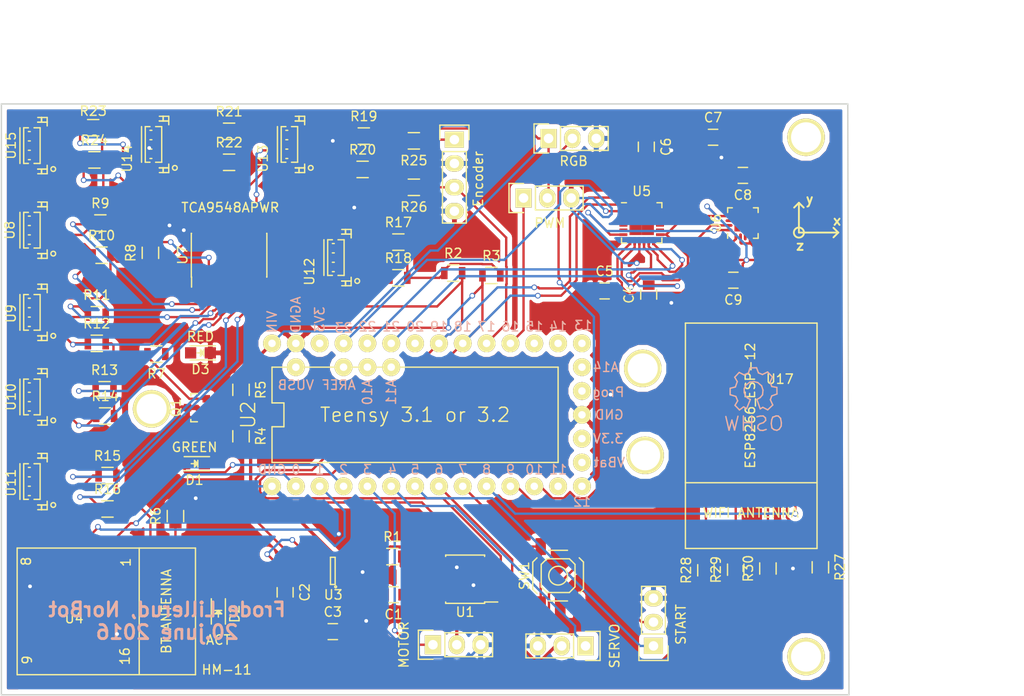
<source format=kicad_pcb>
(kicad_pcb (version 4) (host pcbnew 4.0.2-stable)
  (layers (0 F.Cu signal) (31 B.Cu signal) (34 B.Paste user) (35 F.Paste user) (36 B.SilkS user) (37 F.SilkS user) (38 B.Mask user) (39 F.Mask user) (44 Edge.Cuts user))
  (net 0 "")
  (net 1 +BATT)
  (net 2 GND)
  (net 3 "Net-(C2-Pad1)")
  (net 4 +3V3)
  (net 5 "Net-(C4-Pad2)")
  (net 6 "Net-(C6-Pad2)")
  (net 7 "Net-(C7-Pad1)")
  (net 8 "Net-(C7-Pad2)")
  (net 9 "Net-(C8-Pad2)")
  (net 10 TOGGLE_LED)
  (net 11 "Net-(D1-Pad1)")
  (net 12 "Net-(D2-Pad2)")
  (net 13 "Net-(D2-Pad1)")
  (net 14 "Net-(D3-Pad2)")
  (net 15 MOTOR)
  (net 16 STEERING)
  (net 17 +5V)
  (net 18 START)
  (net 19 START_POWER)
  (net 20 PWM)
  (net 21 RGB_STRIP)
  (net 22 "Net-(Q1-Pad1)")
  (net 23 "Net-(Q1-Pad2)")
  (net 24 TEENSY_SCL)
  (net 25 TEENSY_SDA)
  (net 26 "Net-(R8-Pad2)")
  (net 27 /IRSensors/SD0)
  (net 28 /IRSensors/SC0)
  (net 29 /IRSensors/SD1)
  (net 30 /IRSensors/SC1)
  (net 31 /IRSensors/SD2)
  (net 32 /IRSensors/SC2)
  (net 33 /IRSensors/SD3)
  (net 34 /IRSensors/SC3)
  (net 35 /IRSensors/SD4)
  (net 36 /IRSensors/SC4)
  (net 37 /IRSensors/SD5)
  (net 38 /IRSensors/SC5)
  (net 39 /IRSensors/SD6)
  (net 40 /IRSensors/SC6)
  (net 41 /IRSensors/SD7)
  (net 42 /IRSensors/SC7)
  (net 43 BUTTON)
  (net 44 BLUETOOTH_TX)
  (net 45 BLUETOOTH_RX)
  (net 46 IMU_DRDY)
  (net 47 IMU_INT)
  (net 48 IMU_FSYNC)
  (net 49 MPU_SDA)
  (net 50 MPU_SCL)
  (net 51 "Net-(R25-Pad1)")
  (net 52 ENCODER)
  (net 53 "Net-(R27-Pad1)")
  (net 54 "Net-(R28-Pad2)")
  (net 55 "Net-(R29-Pad2)")
  (net 56 "Net-(R30-Pad2)")
  (net 57 WIFI_ENABLE)
  (net 58 WIFI_TX)
  (net 59 WIFI_RX)
  (module Capacitors_SMD:C_0805 (layer F.Cu) (at 137.033 123.444 180)
    (fp_text reference C1 (at 0 -2.1 180) (layer F.SilkS))
    (fp_text value 0.1-1uF)
    (pad 1 smd rect (at -1 0 180) (size 1 1.25) (layers F.Cu F.Paste F.Mask) (net 1 +BATT))
    (pad 2 smd rect (at 1 0 180) (size 1 1.25) (layers F.Cu F.Paste F.Mask) (net 2 GND))
  )
  (module Capacitors_SMD:C_0805 (layer F.Cu) (at 125.476 123.19 270)
    (fp_text reference C2 (at 0 -2.1 270) (layer F.SilkS))
    (fp_text value 470pF)
    (pad 1 smd rect (at -1 0 270) (size 1 1.25) (layers F.Cu F.Paste F.Mask) (net 3 "Net-(C2-Pad1)"))
    (pad 2 smd rect (at 1 0 270) (size 1 1.25) (layers F.Cu F.Paste F.Mask) (net 2 GND))
  )
  (module Capacitors_SMD:C_0805 (layer F.Cu) (at 130.556 127.381)
    (fp_text reference C3 (at 0 -2.1) (layer F.SilkS))
    (fp_text value 2.2uF)
    (pad 1 smd rect (at -1 0) (size 1 1.25) (layers F.Cu F.Paste F.Mask) (net 4 +3V3))
    (pad 2 smd rect (at 1 0) (size 1 1.25) (layers F.Cu F.Paste F.Mask) (net 2 GND))
  )
  (module Capacitors_SMD:C_0805 (layer F.Cu) (at 164.211 91.44 90)
    (fp_text reference C4 (at 0 -2.1 90) (layer F.SilkS))
    (fp_text value 0.1uF)
    (pad 1 smd rect (at -1 0 90) (size 1 1.25) (layers F.Cu F.Paste F.Mask) (net 2 GND))
    (pad 2 smd rect (at 1 0 90) (size 1 1.25) (layers F.Cu F.Paste F.Mask) (net 5 "Net-(C4-Pad2)"))
  )
  (module Capacitors_SMD:C_0805 (layer F.Cu) (at 159.512 91.059)
    (fp_text reference C5 (at 0 -2.1) (layer F.SilkS))
    (fp_text value 10nF)
    (pad 1 smd rect (at -1 0) (size 1 1.25) (layers F.Cu F.Paste F.Mask) (net 2 GND))
    (pad 2 smd rect (at 1 0) (size 1 1.25) (layers F.Cu F.Paste F.Mask) (net 4 +3V3))
  )
  (module Capacitors_SMD:C_0805 (layer F.Cu) (at 163.957 75.692 270)
    (fp_text reference C6 (at 0 -2.1 270) (layer F.SilkS))
    (fp_text value 2.2nF)
    (pad 1 smd rect (at -1 0 270) (size 1 1.25) (layers F.Cu F.Paste F.Mask) (net 2 GND))
    (pad 2 smd rect (at 1 0 270) (size 1 1.25) (layers F.Cu F.Paste F.Mask) (net 6 "Net-(C6-Pad2)"))
  )
  (module Capacitors_SMD:C_0805 (layer F.Cu) (at 171.069 74.676)
    (fp_text reference C7 (at 0 -2.1) (layer F.SilkS))
    (fp_text value 0.22uF)
    (pad 1 smd rect (at -1 0) (size 1 1.25) (layers F.Cu F.Paste F.Mask) (net 7 "Net-(C7-Pad1)"))
    (pad 2 smd rect (at 1 0) (size 1 1.25) (layers F.Cu F.Paste F.Mask) (net 8 "Net-(C7-Pad2)"))
  )
  (module Capacitors_SMD:C_0805 (layer F.Cu) (at 174.244 78.74 180)
    (fp_text reference C8 (at 0 -2.1 180) (layer F.SilkS))
    (fp_text value 4.7uF)
    (pad 1 smd rect (at -1 0 180) (size 1 1.25) (layers F.Cu F.Paste F.Mask) (net 2 GND))
    (pad 2 smd rect (at 1 0 180) (size 1 1.25) (layers F.Cu F.Paste F.Mask) (net 9 "Net-(C8-Pad2)"))
  )
  (module LEDs:LED_0805 (layer F.Cu) (at 115.824 109.474 180)
    (fp_text reference D1 (at 0 -1.75 180) (layer F.SilkS))
    (fp_text value GREEN (at 0 1.75 180) (layer F.SilkS))
    (pad 2 smd rect (at 1.04902 0) (size 1.19888 1.19888) (layers F.Cu F.Paste F.Mask) (net 10 TOGGLE_LED))
    (pad 1 smd rect (at -1.04902 0) (size 1.19888 1.19888) (layers F.Cu F.Paste F.Mask) (net 11 "Net-(D1-Pad1)"))
  )
  (module LEDs:LED_0805 (layer F.Cu) (at 118.364 125.476 270)
    (fp_text reference D2 (at 0 -1.75 270) (layer F.SilkS))
    (fp_text value ACT (at 2.794 0 360) (layer F.SilkS))
    (pad 2 smd rect (at 1.04902 0 90) (size 1.19888 1.19888) (layers F.Cu F.Paste F.Mask) (net 12 "Net-(D2-Pad2)"))
    (pad 1 smd rect (at -1.04902 0 90) (size 1.19888 1.19888) (layers F.Cu F.Paste F.Mask) (net 13 "Net-(D2-Pad1)"))
  )
  (module LEDs:LED_0805 (layer F.Cu) (at 116.459 97.663 180)
    (fp_text reference D3 (at 0 -1.75 180) (layer F.SilkS))
    (fp_text value RED (at 0 1.75 180) (layer F.SilkS))
    (pad 2 smd rect (at 1.04902 0) (size 1.19888 1.19888) (layers F.Cu F.Paste F.Mask) (net 14 "Net-(D3-Pad2)"))
    (pad 1 smd rect (at -1.04902 0) (size 1.19888 1.19888) (layers F.Cu F.Paste F.Mask) (net 2 GND))
  )
  (module Pin_Headers:Pin_Header_Straight_1x03 (layer F.Cu) (at 141.224 128.778 90)
    (fp_text reference P1 hide)
    (fp_text value MOTOR (at 0 -3.1 90) (layer F.SilkS))
    (pad 1 thru_hole rect (at 0 0 90) (size 2.032 1.7272) (drill 1.016) (layers *.Cu *.Mask F.SilkS) (net 15 MOTOR))
    (pad 2 thru_hole oval (at 0 2.54 90) (size 2.032 1.7272) (drill 1.016) (layers *.Cu *.Mask F.SilkS) (net 1 +BATT))
    (pad 3 thru_hole oval (at 0 5.08 90) (size 2.032 1.7272) (drill 1.016) (layers *.Cu *.Mask F.SilkS) (net 2 GND))
  )
  (module Pin_Headers:Pin_Header_Straight_1x03 (layer F.Cu) (at 157.48 128.905 270)
    (fp_text reference P2 hide)
    (fp_text value SERVO (at 0 -3.1 270) (layer F.SilkS))
    (pad 1 thru_hole rect (at 0 0 270) (size 2.032 1.7272) (drill 1.016) (layers *.Cu *.Mask F.SilkS) (net 16 STEERING))
    (pad 2 thru_hole oval (at 0 2.54 270) (size 2.032 1.7272) (drill 1.016) (layers *.Cu *.Mask F.SilkS) (net 17 +5V))
    (pad 3 thru_hole oval (at 0 5.08 270) (size 2.032 1.7272) (drill 1.016) (layers *.Cu *.Mask F.SilkS) (net 2 GND))
  )
  (module Pin_Headers:Pin_Header_Straight_1x03 (layer F.Cu) (at 164.719 128.905 180)
    (fp_text reference P3 hide)
    (fp_text value START (at -2.921 2.286 270) (layer F.SilkS))
    (pad 1 thru_hole rect (at 0 0 180) (size 2.032 1.7272) (drill 1.016) (layers *.Cu *.Mask F.SilkS) (net 18 START))
    (pad 2 thru_hole oval (at 0 2.54 180) (size 2.032 1.7272) (drill 1.016) (layers *.Cu *.Mask F.SilkS) (net 19 START_POWER))
    (pad 3 thru_hole oval (at 0 5.08 180) (size 2.032 1.7272) (drill 1.016) (layers *.Cu *.Mask F.SilkS) (net 2 GND))
  )
  (module Pin_Headers:Pin_Header_Straight_1x03 (layer F.Cu) (at 150.876 81.153 90)
    (fp_text reference P4 hide)
    (fp_text value PWM (at -2.667 2.794 180) (layer F.SilkS))
    (pad 1 thru_hole rect (at 0 0 90) (size 2.032 1.7272) (drill 1.016) (layers *.Cu *.Mask F.SilkS) (net 20 PWM))
    (pad 2 thru_hole oval (at 0 2.54 90) (size 2.032 1.7272) (drill 1.016) (layers *.Cu *.Mask F.SilkS) (net 17 +5V))
    (pad 3 thru_hole oval (at 0 5.08 90) (size 2.032 1.7272) (drill 1.016) (layers *.Cu *.Mask F.SilkS) (net 2 GND))
  )
  (module Pin_Headers:Pin_Header_Straight_1x03 (layer F.Cu) (at 153.543 74.803 90)
    (fp_text reference P5 hide)
    (fp_text value RGB (at -2.413 2.667 180) (layer F.SilkS))
    (pad 1 thru_hole rect (at 0 0 90) (size 2.032 1.7272) (drill 1.016) (layers *.Cu *.Mask F.SilkS) (net 17 +5V))
    (pad 2 thru_hole oval (at 0 2.54 90) (size 2.032 1.7272) (drill 1.016) (layers *.Cu *.Mask F.SilkS) (net 21 RGB_STRIP))
    (pad 3 thru_hole oval (at 0 5.08 90) (size 2.032 1.7272) (drill 1.016) (layers *.Cu *.Mask F.SilkS) (net 2 GND))
  )
  (module TO_SOT_Packages_SMD:SOT-23 (layer F.Cu) (at 116.078 103.505 90)
    (fp_text reference Q1 (at 0 -2.25 90) (layer F.SilkS))
    (fp_text value MMBT3904)
    (pad 1 smd rect (at -0.95 1.00076 90) (size 0.8001 0.8001) (layers F.Cu F.Paste F.Mask) (net 22 "Net-(Q1-Pad1)"))
    (pad 2 smd rect (at 0.95 1.00076 90) (size 0.8001 0.8001) (layers F.Cu F.Paste F.Mask) (net 23 "Net-(Q1-Pad2)"))
    (pad 3 smd rect (at 0 -0.99822 90) (size 0.8001 0.8001) (layers F.Cu F.Paste F.Mask) (net 2 GND))
  )
  (module Resistors_SMD:R_0805 (layer F.Cu) (at 136.906 119.38)
    (fp_text reference R1 (at 0 -2.1) (layer F.SilkS))
    (fp_text value 0.1ohm)
    (pad 1 smd rect (at -0.95 0) (size 0.7 1.3) (layers F.Cu F.Paste F.Mask) (net 17 +5V))
    (pad 2 smd rect (at 0.95 0) (size 0.7 1.3) (layers F.Cu F.Paste F.Mask) (net 1 +BATT))
  )
  (module Resistors_SMD:R_0805 (layer F.Cu) (at 143.383 89.154)
    (fp_text reference R2 (at 0 -2.1) (layer F.SilkS))
    (fp_text value 2k2)
    (pad 1 smd rect (at -0.95 0) (size 0.7 1.3) (layers F.Cu F.Paste F.Mask) (net 4 +3V3))
    (pad 2 smd rect (at 0.95 0) (size 0.7 1.3) (layers F.Cu F.Paste F.Mask) (net 24 TEENSY_SCL))
  )
  (module Resistors_SMD:R_0805 (layer F.Cu) (at 147.447 89.408)
    (fp_text reference R3 (at 0 -2.1) (layer F.SilkS))
    (fp_text value 2k2)
    (pad 1 smd rect (at -0.95 0) (size 0.7 1.3) (layers F.Cu F.Paste F.Mask) (net 25 TEENSY_SDA))
    (pad 2 smd rect (at 0.95 0) (size 0.7 1.3) (layers F.Cu F.Paste F.Mask) (net 4 +3V3))
  )
  (module Resistors_SMD:R_0805 (layer F.Cu) (at 120.777 106.553 270)
    (fp_text reference R4 (at 0 -2.1 270) (layer F.SilkS))
    (fp_text value 40)
    (pad 1 smd rect (at -0.95 0 270) (size 0.7 1.3) (layers F.Cu F.Paste F.Mask) (net 22 "Net-(Q1-Pad1)"))
    (pad 2 smd rect (at 0.95 0 270) (size 0.7 1.3) (layers F.Cu F.Paste F.Mask) (net 11 "Net-(D1-Pad1)"))
  )
  (module Resistors_SMD:R_0805 (layer F.Cu) (at 120.777 101.6 270)
    (fp_text reference R5 (at 0 -2.1 270) (layer F.SilkS))
    (fp_text value 100)
    (pad 1 smd rect (at -0.95 0 270) (size 0.7 1.3) (layers F.Cu F.Paste F.Mask) (net 17 +5V))
    (pad 2 smd rect (at 0.95 0 270) (size 0.7 1.3) (layers F.Cu F.Paste F.Mask) (net 23 "Net-(Q1-Pad2)"))
  )
  (module Resistors_SMD:R_0805 (layer F.Cu) (at 113.792 115.062 90)
    (fp_text reference R6 (at 0 -2.1 90) (layer F.SilkS))
    (fp_text value 220)
    (pad 1 smd rect (at -0.95 0 90) (size 0.7 1.3) (layers F.Cu F.Paste F.Mask) (net 13 "Net-(D2-Pad1)"))
    (pad 2 smd rect (at 0.95 0 90) (size 0.7 1.3) (layers F.Cu F.Paste F.Mask) (net 2 GND))
  )
  (module Resistors_SMD:R_0805 (layer F.Cu) (at 111.76 97.79 180)
    (fp_text reference R7 (at 0 -2.1 180) (layer F.SilkS))
    (fp_text value 50)
    (pad 1 smd rect (at -0.95 0 180) (size 0.7 1.3) (layers F.Cu F.Paste F.Mask) (net 14 "Net-(D3-Pad2)"))
    (pad 2 smd rect (at 0.95 0 180) (size 0.7 1.3) (layers F.Cu F.Paste F.Mask) (net 23 "Net-(Q1-Pad2)"))
  )
  (module Resistors_SMD:R_0805 (layer F.Cu) (at 111.125 86.995 90)
    (fp_text reference R8 (at 0 -2.1 90) (layer F.SilkS))
    (fp_text value 2k2)
    (pad 1 smd rect (at -0.95 0 90) (size 0.7 1.3) (layers F.Cu F.Paste F.Mask) (net 4 +3V3))
    (pad 2 smd rect (at 0.95 0 90) (size 0.7 1.3) (layers F.Cu F.Paste F.Mask) (net 26 "Net-(R8-Pad2)"))
  )
  (module Resistors_SMD:R_0805 (layer F.Cu) (at 105.791 83.82)
    (fp_text reference R9 (at 0 -2.1) (layer F.SilkS))
    (fp_text value 1k)
    (pad 1 smd rect (at -0.95 0) (size 0.7 1.3) (layers F.Cu F.Paste F.Mask) (net 27 /IRSensors/SD0))
    (pad 2 smd rect (at 0.95 0) (size 0.7 1.3) (layers F.Cu F.Paste F.Mask) (net 4 +3V3))
  )
  (module Resistors_SMD:R_0805 (layer F.Cu) (at 105.918 87.249)
    (fp_text reference R10 (at 0 -2.1) (layer F.SilkS))
    (fp_text value 1k)
    (pad 1 smd rect (at -0.95 0) (size 0.7 1.3) (layers F.Cu F.Paste F.Mask) (net 28 /IRSensors/SC0))
    (pad 2 smd rect (at 0.95 0) (size 0.7 1.3) (layers F.Cu F.Paste F.Mask) (net 4 +3V3))
  )
  (module Resistors_SMD:R_0805 (layer F.Cu) (at 105.41 93.599)
    (fp_text reference R11 (at 0 -2.1) (layer F.SilkS))
    (fp_text value 1k)
    (pad 1 smd rect (at -0.95 0) (size 0.7 1.3) (layers F.Cu F.Paste F.Mask) (net 29 /IRSensors/SD1))
    (pad 2 smd rect (at 0.95 0) (size 0.7 1.3) (layers F.Cu F.Paste F.Mask) (net 4 +3V3))
  )
  (module Resistors_SMD:R_0805 (layer F.Cu) (at 105.41 96.647)
    (fp_text reference R12 (at 0 -2.1) (layer F.SilkS))
    (fp_text value 1k)
    (pad 1 smd rect (at -0.95 0) (size 0.7 1.3) (layers F.Cu F.Paste F.Mask) (net 30 /IRSensors/SC1))
    (pad 2 smd rect (at 0.95 0) (size 0.7 1.3) (layers F.Cu F.Paste F.Mask) (net 4 +3V3))
  )
  (module Resistors_SMD:R_0805 (layer F.Cu) (at 106.238 101.6)
    (fp_text reference R13 (at 0 -2.1) (layer F.SilkS))
    (fp_text value 1k)
    (pad 1 smd rect (at -0.95 0) (size 0.7 1.3) (layers F.Cu F.Paste F.Mask) (net 31 /IRSensors/SD2))
    (pad 2 smd rect (at 0.95 0) (size 0.7 1.3) (layers F.Cu F.Paste F.Mask) (net 4 +3V3))
  )
  (module Resistors_SMD:R_0805 (layer F.Cu) (at 106.299 104.394)
    (fp_text reference R14 (at 0 -2.1) (layer F.SilkS))
    (fp_text value 1k)
    (pad 1 smd rect (at -0.95 0) (size 0.7 1.3) (layers F.Cu F.Paste F.Mask) (net 32 /IRSensors/SC2))
    (pad 2 smd rect (at 0.95 0) (size 0.7 1.3) (layers F.Cu F.Paste F.Mask) (net 4 +3V3))
  )
  (module Resistors_SMD:R_0805 (layer F.Cu) (at 106.553 110.744)
    (fp_text reference R15 (at 0 -2.1) (layer F.SilkS))
    (fp_text value 1k)
    (pad 1 smd rect (at -0.95 0) (size 0.7 1.3) (layers F.Cu F.Paste F.Mask) (net 33 /IRSensors/SD3))
    (pad 2 smd rect (at 0.95 0) (size 0.7 1.3) (layers F.Cu F.Paste F.Mask) (net 4 +3V3))
  )
  (module Resistors_SMD:R_0805 (layer F.Cu) (at 106.553 114.3)
    (fp_text reference R16 (at 0 -2.1) (layer F.SilkS))
    (fp_text value 1k)
    (pad 1 smd rect (at -0.95 0) (size 0.7 1.3) (layers F.Cu F.Paste F.Mask) (net 34 /IRSensors/SC3))
    (pad 2 smd rect (at 0.95 0) (size 0.7 1.3) (layers F.Cu F.Paste F.Mask) (net 4 +3V3))
  )
  (module Resistors_SMD:R_0805 (layer F.Cu) (at 137.541 85.852)
    (fp_text reference R17 (at 0 -2.1) (layer F.SilkS))
    (fp_text value 1k)
    (pad 1 smd rect (at -0.95 0) (size 0.7 1.3) (layers F.Cu F.Paste F.Mask) (net 35 /IRSensors/SD4))
    (pad 2 smd rect (at 0.95 0) (size 0.7 1.3) (layers F.Cu F.Paste F.Mask) (net 4 +3V3))
  )
  (module Resistors_SMD:R_0805 (layer F.Cu) (at 137.541 89.662)
    (fp_text reference R18 (at 0 -2.1) (layer F.SilkS))
    (fp_text value 1k)
    (pad 1 smd rect (at -0.95 0) (size 0.7 1.3) (layers F.Cu F.Paste F.Mask) (net 36 /IRSensors/SC4))
    (pad 2 smd rect (at 0.95 0) (size 0.7 1.3) (layers F.Cu F.Paste F.Mask) (net 4 +3V3))
  )
  (module Resistors_SMD:R_0805 (layer F.Cu) (at 133.858 74.549)
    (fp_text reference R19 (at 0 -2.1) (layer F.SilkS))
    (fp_text value 1k)
    (pad 1 smd rect (at -0.95 0) (size 0.7 1.3) (layers F.Cu F.Paste F.Mask) (net 37 /IRSensors/SD5))
    (pad 2 smd rect (at 0.95 0) (size 0.7 1.3) (layers F.Cu F.Paste F.Mask) (net 4 +3V3))
  )
  (module Resistors_SMD:R_0805 (layer F.Cu) (at 133.731 78.105)
    (fp_text reference R20 (at 0 -2.1) (layer F.SilkS))
    (fp_text value 1k)
    (pad 1 smd rect (at -0.95 0) (size 0.7 1.3) (layers F.Cu F.Paste F.Mask) (net 38 /IRSensors/SC5))
    (pad 2 smd rect (at 0.95 0) (size 0.7 1.3) (layers F.Cu F.Paste F.Mask) (net 4 +3V3))
  )
  (module Resistors_SMD:R_0805 (layer F.Cu) (at 119.507 74.041)
    (fp_text reference R21 (at 0 -2.1) (layer F.SilkS))
    (fp_text value 1k)
    (pad 1 smd rect (at -0.95 0) (size 0.7 1.3) (layers F.Cu F.Paste F.Mask) (net 39 /IRSensors/SD6))
    (pad 2 smd rect (at 0.95 0) (size 0.7 1.3) (layers F.Cu F.Paste F.Mask) (net 4 +3V3))
  )
  (module Resistors_SMD:R_0805 (layer F.Cu) (at 119.507 77.343)
    (fp_text reference R22 (at 0 -2.1) (layer F.SilkS))
    (fp_text value 1k)
    (pad 1 smd rect (at -0.95 0) (size 0.7 1.3) (layers F.Cu F.Paste F.Mask) (net 40 /IRSensors/SC6))
    (pad 2 smd rect (at 0.95 0) (size 0.7 1.3) (layers F.Cu F.Paste F.Mask) (net 4 +3V3))
  )
  (module Resistors_SMD:R_0805 (layer F.Cu) (at 105.029 73.66)
    (fp_text reference R23 (at 0 -1.778) (layer F.SilkS))
    (fp_text value 1k)
    (pad 1 smd rect (at -0.95 0) (size 0.7 1.3) (layers F.Cu F.Paste F.Mask) (net 41 /IRSensors/SD7))
    (pad 2 smd rect (at 0.95 0) (size 0.7 1.3) (layers F.Cu F.Paste F.Mask) (net 4 +3V3))
  )
  (module Resistors_SMD:R_0805 (layer F.Cu) (at 105.156 77.089)
    (fp_text reference R24 (at 0 -2.1) (layer F.SilkS))
    (fp_text value 1k)
    (pad 1 smd rect (at -0.95 0) (size 0.7 1.3) (layers F.Cu F.Paste F.Mask) (net 42 /IRSensors/SC7))
    (pad 2 smd rect (at 0.95 0) (size 0.7 1.3) (layers F.Cu F.Paste F.Mask) (net 4 +3V3))
  )
  (module Buttons_Switches_SMD:SW_SPST_SKQG (layer F.Cu) (at 154.559 121.412 90)
    (fp_text reference SW1 (at 0 -3.6 90) (layer F.SilkS))
    (fp_text value BTN1)
    (pad 1 smd rect (at -3.1 -1.85 90) (size 1.8 1.1) (layers F.Cu F.Paste F.Mask) (net 43 BUTTON))
    (pad 1 smd rect (at 3.1 -1.85 90) (size 1.8 1.1) (layers F.Cu F.Paste F.Mask) (net 43 BUTTON))
    (pad 2 smd rect (at -3.1 1.85 90) (size 1.8 1.1) (layers F.Cu F.Paste F.Mask) (net 2 GND))
    (pad 2 smd rect (at 3.1 1.85 90) (size 1.8 1.1) (layers F.Cu F.Paste F.Mask) (net 2 GND))
  )
  (module Housings_SOIC:SOIC-8_3.9x4.9mm_Pitch1.27mm (layer F.Cu) (at 144.653 121.793 180)
    (fp_text reference U1 (at 0 -3.5 180) (layer F.SilkS))
    (fp_text value INA219)
    (pad 1 smd rect (at -2.7 -1.905 180) (size 1.55 0.6) (layers F.Cu F.Paste F.Mask) (net 2 GND))
    (pad 2 smd rect (at -2.7 -0.635 180) (size 1.55 0.6) (layers F.Cu F.Paste F.Mask) (net 2 GND))
    (pad 3 smd rect (at -2.7 0.635 180) (size 1.55 0.6) (layers F.Cu F.Paste F.Mask) (net 25 TEENSY_SDA))
    (pad 4 smd rect (at -2.7 1.905 180) (size 1.55 0.6) (layers F.Cu F.Paste F.Mask) (net 24 TEENSY_SCL))
    (pad 5 smd rect (at 2.7 1.905 180) (size 1.55 0.6) (layers F.Cu F.Paste F.Mask) (net 1 +BATT))
    (pad 6 smd rect (at 2.7 0.635 180) (size 1.55 0.6) (layers F.Cu F.Paste F.Mask) (net 2 GND))
    (pad 7 smd rect (at 2.7 -0.635 180) (size 1.55 0.6) (layers F.Cu F.Paste F.Mask) (net 17 +5V))
    (pad 8 smd rect (at 2.7 -1.905 180) (size 1.55 0.6) (layers F.Cu F.Paste F.Mask) (net 1 +BATT))
  )
  (module NorBotKiCadFootprints:Teensy-3.1_3.2 (layer F.Cu) (at 126.619 111.887)
    (fp_text reference U2 (at -5.08 -7.62 90) (layer F.SilkS) (effects (font (size 1.5 1.5))))
    (fp_text value "Teensy 3.1 or 3.2" (at 12.7 -7.62) (layer F.SilkS) (effects (font (size 1.5 1.5))))
    (fp_text user A11 (at 10.16 -10.033 90) (layer B.SilkS) (effects (justify mirror)))
    (fp_text user A10 (at 7.62 -10.033 90) (layer B.SilkS) (effects (justify mirror)))
    (fp_text user AREF (at 4.572 -10.795 180) (layer B.SilkS) (effects (justify mirror)))
    (fp_text user VUSB (at 0 -10.795) (layer B.SilkS) (effects (justify mirror)))
    (fp_text user VIN (at -2.54 -17.526 90) (layer B.SilkS) (effects (justify mirror)))
    (fp_text user AGND (at 0 -18.288 90) (layer B.SilkS) (effects (justify mirror)))
    (fp_text user 3V3 (at 2.54 -17.78 90) (layer B.SilkS) (effects (justify mirror)))
    (fp_text user 23 (at 5.08 -16.891) (layer B.SilkS) (effects (justify mirror)))
    (fp_text user 22 (at 7.62 -17.018) (layer B.SilkS) (effects (justify mirror)))
    (fp_text user 21 (at 10.16 -17.018) (layer B.SilkS) (effects (justify mirror)))
    (fp_text user 20 (at 12.7 -17.018) (layer B.SilkS) (effects (justify mirror)))
    (fp_text user 19 (at 15.24 -17.018) (layer B.SilkS) (effects (justify mirror)))
    (fp_text user 18 (at 17.78 -17.018) (layer B.SilkS) (effects (justify mirror)))
    (fp_text user 17 (at 20.32 -17.018) (layer B.SilkS) (effects (justify mirror)))
    (fp_text user 16 (at 22.86 -17.018) (layer B.SilkS) (effects (justify mirror)))
    (fp_text user 15 (at 25.4 -17.018) (layer B.SilkS) (effects (justify mirror)))
    (fp_text user 14 (at 27.94 -17.018) (layer B.SilkS) (effects (justify mirror)))
    (fp_text user 13 (at 30.607 -17.145) (layer B.SilkS) (effects (justify mirror)))
    (fp_text user A14 (at 33.02 -12.7) (layer B.SilkS) (effects (justify mirror)))
    (fp_text user Prog (at 33.274 -10.033) (layer B.SilkS) (effects (justify mirror)))
    (fp_text user GND (at 33.401 -7.62) (layer B.SilkS) (effects (justify mirror)))
    (fp_text user 3.3V (at 33.274 -5.08) (layer B.SilkS) (effects (justify mirror)))
    (fp_text user VBat (at 33.401 -2.54) (layer B.SilkS) (effects (justify mirror)))
    (fp_text user 12 (at 30.48 1.651) (layer B.SilkS) (effects (justify mirror)))
    (fp_text user GND (at -2.54 -1.778) (layer B.SilkS) (effects (justify mirror)))
    (fp_text user 11 (at 27.94 -1.778) (layer B.SilkS) (effects (justify mirror)))
    (fp_text user 10 (at 25.4 -1.778) (layer B.SilkS) (effects (justify mirror)))
    (fp_text user 9 (at 22.86 -1.778) (layer B.SilkS) (effects (justify mirror)))
    (fp_text user 8 (at 20.32 -1.778) (layer B.SilkS) (effects (justify mirror)))
    (fp_text user 7 (at 17.78 -1.778) (layer B.SilkS) (effects (justify mirror)))
    (fp_text user 6 (at 15.24 -1.778) (layer B.SilkS) (effects (justify mirror)))
    (fp_text user 5 (at 12.7 -1.778) (layer B.SilkS) (effects (justify mirror)))
    (fp_text user 4 (at 10.287 -1.778) (layer B.SilkS) (effects (justify mirror)))
    (fp_text user 3 (at 7.62 -1.778) (layer B.SilkS) (effects (justify mirror)))
    (fp_text user 2 (at 5.08 -1.778) (layer B.SilkS) (effects (justify mirror)))
    (fp_text user 1 (at 2.54 -1.778) (layer B.SilkS) (effects (justify mirror)))
    (fp_text user 0 (at 0 -1.778) (layer B.SilkS) (effects (justify mirror)))
    (pad 0 thru_hole circle (at 0 0) (size 1.9 1.9) (drill 0.8) (layers *.Cu *.Mask F.SilkS) (net 44 BLUETOOTH_TX))
    (pad 1 thru_hole circle (at 2.54 0) (size 1.9 1.9) (drill 0.8) (layers *.Cu *.Mask F.SilkS) (net 45 BLUETOOTH_RX))
    (pad 2 thru_hole circle (at 5.08 0) (size 1.9 1.9) (drill 0.8) (layers *.Cu *.Mask F.SilkS) (net 10 TOGGLE_LED))
    (pad 3 thru_hole circle (at 7.62 0) (size 1.9 1.9) (drill 0.8) (layers *.Cu *.Mask F.SilkS) (net 15 MOTOR))
    (pad 4 thru_hole circle (at 10.16 0) (size 1.9 1.9) (drill 0.8) (layers *.Cu *.Mask F.SilkS) (net 16 STEERING))
    (pad 5 thru_hole circle (at 12.7 0) (size 1.9 1.9) (drill 0.8) (layers *.Cu *.Mask F.SilkS) (net 18 START))
    (pad 6 thru_hole circle (at 15.24 0) (size 1.9 1.9) (drill 0.8) (layers *.Cu *.Mask F.SilkS) (net 19 START_POWER))
    (pad 7 thru_hole circle (at 17.78 0) (size 1.9 1.9) (drill 0.8) (layers *.Cu *.Mask F.SilkS) (net 43 BUTTON))
    (pad 8 thru_hole circle (at 20.32 0) (size 1.9 1.9) (drill 0.8) (layers *.Cu *.Mask F.SilkS) (net 57 WIFI_ENABLE))
    (pad 9 thru_hole circle (at 22.86 0) (size 1.9 1.9) (drill 0.8) (layers *.Cu *.Mask F.SilkS) (net 58 WIFI_TX))
    (pad 10 thru_hole circle (at 25.4 0) (size 1.9 1.9) (drill 0.8) (layers *.Cu *.Mask F.SilkS) (net 59 WIFI_RX))
    (pad 11 thru_hole circle (at 27.94 0) (size 1.9 1.9) (drill 0.8) (layers *.Cu *.Mask F.SilkS))
    (pad 12 thru_hole circle (at 30.48 0) (size 1.9 1.9) (drill 0.8) (layers *.Cu *.Mask F.SilkS) (net 21 RGB_STRIP))
    (pad 13 thru_hole circle (at 30.48 -15.24) (size 1.9 1.9) (drill 0.8) (layers *.Cu *.Mask F.SilkS))
    (pad 14 thru_hole circle (at 27.94 -15.24) (size 1.9 1.9) (drill 0.8) (layers *.Cu *.Mask F.SilkS))
    (pad 15 thru_hole circle (at 25.4 -15.24) (size 1.9 1.9) (drill 0.8) (layers *.Cu *.Mask F.SilkS))
    (pad 16 thru_hole circle (at 22.86 -15.24) (size 1.9 1.9) (drill 0.8) (layers *.Cu *.Mask F.SilkS) (net 20 PWM))
    (pad 17 thru_hole circle (at 20.32 -15.24) (size 1.9 1.9) (drill 0.8) (layers *.Cu *.Mask F.SilkS) (net 52 ENCODER))
    (pad 18 thru_hole circle (at 17.78 -15.24) (size 1.9 1.9) (drill 0.8) (layers *.Cu *.Mask F.SilkS) (net 25 TEENSY_SDA))
    (pad 19 thru_hole circle (at 15.24 -15.24) (size 1.9 1.9) (drill 0.8) (layers *.Cu *.Mask F.SilkS) (net 24 TEENSY_SCL))
    (pad 20 thru_hole circle (at 12.7 -15.24) (size 1.9 1.9) (drill 0.8) (layers *.Cu *.Mask F.SilkS))
    (pad 21 thru_hole circle (at 10.16 -15.24) (size 1.9 1.9) (drill 0.8) (layers *.Cu *.Mask F.SilkS) (net 46 IMU_DRDY))
    (pad 22 thru_hole circle (at 7.62 -15.24) (size 1.9 1.9) (drill 0.8) (layers *.Cu *.Mask F.SilkS) (net 47 IMU_INT))
    (pad 23 thru_hole circle (at 5.08 -15.24) (size 1.9 1.9) (drill 0.8) (layers *.Cu *.Mask F.SilkS) (net 48 IMU_FSYNC))
    (pad 24 thru_hole circle (at 2.54 -15.24) (size 1.9 1.9) (drill 0.8) (layers *.Cu *.Mask F.SilkS))
    (pad 25 thru_hole circle (at 0 -15.24) (size 1.9 1.9) (drill 0.8) (layers *.Cu *.Mask F.SilkS) (net 2 GND))
    (pad 26 thru_hole circle (at -2.54 -15.24) (size 1.9 1.9) (drill 0.8) (layers *.Cu *.Mask F.SilkS) (net 17 +5V))
    (pad 27 thru_hole circle (at -2.54 0) (size 1.9 1.9) (drill 0.8) (layers *.Cu *.Mask F.SilkS) (net 2 GND))
    (pad 32 thru_hole circle (at 30.48 -12.7) (size 1.9 1.9) (drill 0.8) (layers *.Cu *.Mask F.SilkS))
    (pad 33 thru_hole circle (at 30.48 -10.16) (size 1.9 1.9) (drill 0.8) (layers *.Cu *.Mask F.SilkS))
    (pad 34 thru_hole circle (at 30.48 -7.62) (size 1.9 1.9) (drill 0.8) (layers *.Cu *.Mask F.SilkS) (net 2 GND))
    (pad 35 thru_hole circle (at 30.48 -5.08) (size 1.9 1.9) (drill 0.8) (layers *.Cu *.Mask F.SilkS))
    (pad 36 thru_hole circle (at 30.48 -2.54) (size 1.9 1.9) (drill 0.8) (layers *.Cu *.Mask F.SilkS))
    (pad 28 thru_hole circle (at 0 -12.7) (size 1.9 1.9) (drill 0.8) (layers *.Cu *.Mask F.SilkS))
    (pad 29 thru_hole circle (at 5.08 -12.7) (size 1.9 1.9) (drill 0.8) (layers *.Cu *.Mask F.SilkS))
    (pad 30 thru_hole circle (at 7.62 -12.7) (size 1.9 1.9) (drill 0.8) (layers *.Cu *.Mask F.SilkS))
    (pad 31 thru_hole circle (at 10.16 -12.7) (size 1.9 1.9) (drill 0.8) (layers *.Cu *.Mask F.SilkS))
  )
  (module TO_SOT_Packages_SMD:SOT-23-5 (layer F.Cu) (at 130.556 120.904 180)
    (fp_text reference U3 (at -0.05 -2.55 180) (layer F.SilkS))
    (fp_text value MIC5219-3.3YM5)
    (pad 1 smd rect (at -1.1 -0.95 180) (size 1.06 0.65) (layers F.Cu F.Paste F.Mask) (net 17 +5V))
    (pad 2 smd rect (at -1.1 0 180) (size 1.06 0.65) (layers F.Cu F.Paste F.Mask) (net 2 GND))
    (pad 3 smd rect (at -1.1 0.95 180) (size 1.06 0.65) (layers F.Cu F.Paste F.Mask) (net 17 +5V))
    (pad 4 smd rect (at 1.1 0.95 180) (size 1.06 0.65) (layers F.Cu F.Paste F.Mask) (net 3 "Net-(C2-Pad1)"))
    (pad 5 smd rect (at 1.1 -0.95 180) (size 1.06 0.65) (layers F.Cu F.Paste F.Mask) (net 4 +3V3))
  )
  (module NorBotKiCadFootprints:HM-11 (layer F.Cu) (at 106.426 125.222 270)
    (fp_text reference U4 (at 0.762 3.429 360) (layer F.SilkS))
    (fp_text value HM-11 (at 6.223 -12.827 360) (layer F.SilkS))
    (fp_text user 16 (at 4.7752 -1.9812 270) (layer F.SilkS))
    (fp_text user 9 (at 5.1816 8.4328 270) (layer F.SilkS))
    (fp_text user 8 (at -5.334 8.5344 270) (layer F.SilkS))
    (fp_text user 1 (at -5.2324 -2.0828 270) (layer F.SilkS))
    (fp_text user "BT ANTENNA" (at 0 -6.4008 270) (layer F.SilkS))
    (pad 1 smd rect (at -7 -2 270) (size 1.524 0.9) (layers F.Cu F.Paste F.Mask))
    (pad 2 smd rect (at -7 -0.5 270) (size 1.524 0.9) (layers F.Cu F.Paste F.Mask) (net 44 BLUETOOTH_TX))
    (pad 3 smd rect (at -7 1 270) (size 1.524 0.9) (layers F.Cu F.Paste F.Mask))
    (pad 4 smd rect (at -7 2.5 270) (size 1.524 0.9) (layers F.Cu F.Paste F.Mask) (net 45 BLUETOOTH_RX))
    (pad 5 smd rect (at -7 4 270) (size 1.524 0.9) (layers F.Cu F.Paste F.Mask))
    (pad 6 smd rect (at -7 5.5 270) (size 1.524 0.9) (layers F.Cu F.Paste F.Mask))
    (pad 7 smd rect (at -7 7 270) (size 1.524 0.9) (layers F.Cu F.Paste F.Mask))
    (pad 8 smd rect (at -7 8.5 270) (size 1.524 0.9) (layers F.Cu F.Paste F.Mask))
    (pad 9 smd rect (at 7 8.5 270) (size 1.524 0.9) (layers F.Cu F.Paste F.Mask) (net 4 +3V3))
    (pad 10 smd rect (at 7 7 270) (size 1.524 0.9) (layers F.Cu F.Paste F.Mask))
    (pad 11 smd rect (at 7 5.5 270) (size 1.524 0.9) (layers F.Cu F.Paste F.Mask) (net 4 +3V3))
    (pad 12 smd rect (at 7 4 270) (size 1.524 0.9) (layers F.Cu F.Paste F.Mask) (net 2 GND))
    (pad 13 smd rect (at 7 2.5 270) (size 1.524 0.9) (layers F.Cu F.Paste F.Mask))
    (pad 14 smd rect (at 7 1 270) (size 1.524 0.9) (layers F.Cu F.Paste F.Mask))
    (pad 15 smd rect (at 7 -0.5 270) (size 1.524 0.9) (layers F.Cu F.Paste F.Mask) (net 12 "Net-(D2-Pad2)"))
    (pad 16 smd rect (at 7 -2 270) (size 1.524 0.9) (layers F.Cu F.Paste F.Mask))
  )
  (module Housings_DFN_QFN:QFN-24-1EP_4x4mm_Pitch0.5mm (layer F.Cu) (at 163.464 83.805)
    (fp_text reference U5 (at 0 -3.375) (layer F.SilkS))
    (fp_text value MPU-6050)
    (pad 1 smd rect (at -1.95 -1.25) (size 0.85 0.3) (layers F.Cu F.Paste F.Mask) (net 2 GND))
    (pad 2 smd rect (at -1.95 -0.75) (size 0.85 0.3) (layers F.Cu F.Paste F.Mask))
    (pad 3 smd rect (at -1.95 -0.25) (size 0.85 0.3) (layers F.Cu F.Paste F.Mask))
    (pad 4 smd rect (at -1.95 0.25) (size 0.85 0.3) (layers F.Cu F.Paste F.Mask))
    (pad 5 smd rect (at -1.95 0.75) (size 0.85 0.3) (layers F.Cu F.Paste F.Mask))
    (pad 6 smd rect (at -1.95 1.25) (size 0.85 0.3) (layers F.Cu F.Paste F.Mask) (net 49 MPU_SDA))
    (pad 7 smd rect (at -1.25 1.95 90) (size 0.85 0.3) (layers F.Cu F.Paste F.Mask) (net 50 MPU_SCL))
    (pad 8 smd rect (at -0.75 1.95 90) (size 0.85 0.3) (layers F.Cu F.Paste F.Mask) (net 4 +3V3))
    (pad 9 smd rect (at -0.25 1.95 90) (size 0.85 0.3) (layers F.Cu F.Paste F.Mask) (net 2 GND))
    (pad 10 smd rect (at 0.25 1.95 90) (size 0.85 0.3) (layers F.Cu F.Paste F.Mask) (net 5 "Net-(C4-Pad2)"))
    (pad 11 smd rect (at 0.75 1.95 90) (size 0.85 0.3) (layers F.Cu F.Paste F.Mask) (net 48 IMU_FSYNC))
    (pad 12 smd rect (at 1.25 1.95 90) (size 0.85 0.3) (layers F.Cu F.Paste F.Mask) (net 47 IMU_INT))
    (pad 13 smd rect (at 1.95 1.25) (size 0.85 0.3) (layers F.Cu F.Paste F.Mask) (net 4 +3V3))
    (pad 14 smd rect (at 1.95 0.75) (size 0.85 0.3) (layers F.Cu F.Paste F.Mask))
    (pad 15 smd rect (at 1.95 0.25) (size 0.85 0.3) (layers F.Cu F.Paste F.Mask))
    (pad 16 smd rect (at 1.95 -0.25) (size 0.85 0.3) (layers F.Cu F.Paste F.Mask))
    (pad 17 smd rect (at 1.95 -0.75) (size 0.85 0.3) (layers F.Cu F.Paste F.Mask))
    (pad 18 smd rect (at 1.95 -1.25) (size 0.85 0.3) (layers F.Cu F.Paste F.Mask) (net 2 GND))
    (pad 19 smd rect (at 1.25 -1.95 90) (size 0.85 0.3) (layers F.Cu F.Paste F.Mask))
    (pad 20 smd rect (at 0.75 -1.95 90) (size 0.85 0.3) (layers F.Cu F.Paste F.Mask) (net 6 "Net-(C6-Pad2)"))
    (pad 21 smd rect (at 0.25 -1.95 90) (size 0.85 0.3) (layers F.Cu F.Paste F.Mask))
    (pad 22 smd rect (at -0.25 -1.95 90) (size 0.85 0.3) (layers F.Cu F.Paste F.Mask))
    (pad 23 smd rect (at -0.75 -1.95 90) (size 0.85 0.3) (layers F.Cu F.Paste F.Mask) (net 24 TEENSY_SCL))
    (pad 24 smd rect (at -1.25 -1.95 90) (size 0.85 0.3) (layers F.Cu F.Paste F.Mask) (net 25 TEENSY_SDA))
    (pad 25 smd rect (at 0.65 0.65) (size 1.3 1.3) (layers F.Cu F.Paste F.Mask))
    (pad 25 smd rect (at 0.65 -0.65) (size 1.3 1.3) (layers F.Cu F.Paste F.Mask))
    (pad 25 smd rect (at -0.65 0.65) (size 1.3 1.3) (layers F.Cu F.Paste F.Mask))
    (pad 25 smd rect (at -0.65 -0.65) (size 1.3 1.3) (layers F.Cu F.Paste F.Mask))
  )
  (module Housings_DFN_QFN:QFN-16-1EP_3x3mm_Pitch0.5mm (layer F.Cu) (at 174.244 83.82 90)
    (fp_text reference U6 (at 0 -2.85 90) (layer F.SilkS))
    (fp_text value HMC5883)
    (pad 1 smd oval (at -1.475 -0.75 90) (size 0.75 0.3) (layers F.Cu F.Paste F.Mask) (net 50 MPU_SCL))
    (pad 2 smd oval (at -1.475 -0.25 90) (size 0.75 0.3) (layers F.Cu F.Paste F.Mask) (net 4 +3V3))
    (pad 3 smd oval (at -1.475 0.25 90) (size 0.75 0.3) (layers F.Cu F.Paste F.Mask))
    (pad 4 smd oval (at -1.475 0.75 90) (size 0.75 0.3) (layers F.Cu F.Paste F.Mask) (net 4 +3V3))
    (pad 5 smd oval (at -0.75 1.475 180) (size 0.75 0.3) (layers F.Cu F.Paste F.Mask))
    (pad 6 smd oval (at -0.25 1.475 180) (size 0.75 0.3) (layers F.Cu F.Paste F.Mask))
    (pad 7 smd oval (at 0.25 1.475 180) (size 0.75 0.3) (layers F.Cu F.Paste F.Mask))
    (pad 8 smd oval (at 0.75 1.475 180) (size 0.75 0.3) (layers F.Cu F.Paste F.Mask) (net 8 "Net-(C7-Pad2)"))
    (pad 9 smd oval (at 1.475 0.75 90) (size 0.75 0.3) (layers F.Cu F.Paste F.Mask) (net 2 GND))
    (pad 10 smd oval (at 1.475 0.25 90) (size 0.75 0.3) (layers F.Cu F.Paste F.Mask) (net 9 "Net-(C8-Pad2)"))
    (pad 11 smd oval (at 1.475 -0.25 90) (size 0.75 0.3) (layers F.Cu F.Paste F.Mask) (net 2 GND))
    (pad 12 smd oval (at 1.475 -0.75 90) (size 0.75 0.3) (layers F.Cu F.Paste F.Mask) (net 7 "Net-(C7-Pad1)"))
    (pad 13 smd oval (at 0.75 -1.475 180) (size 0.75 0.3) (layers F.Cu F.Paste F.Mask) (net 4 +3V3))
    (pad 14 smd oval (at 0.25 -1.475 180) (size 0.75 0.3) (layers F.Cu F.Paste F.Mask))
    (pad 15 smd oval (at -0.25 -1.475 180) (size 0.75 0.3) (layers F.Cu F.Paste F.Mask) (net 46 IMU_DRDY))
    (pad 16 smd oval (at -0.75 -1.475 180) (size 0.75 0.3) (layers F.Cu F.Paste F.Mask) (net 49 MPU_SDA))
    (pad 17 smd rect (at 0.45 0.45 90) (size 0.9 0.9) (layers F.Cu F.Paste F.Mask))
    (pad 17 smd rect (at 0.45 -0.45 90) (size 0.9 0.9) (layers F.Cu F.Paste F.Mask))
    (pad 17 smd rect (at -0.45 0.45 90) (size 0.9 0.9) (layers F.Cu F.Paste F.Mask))
    (pad 17 smd rect (at -0.45 -0.45 90) (size 0.9 0.9) (layers F.Cu F.Paste F.Mask))
  )
  (module Housings_SSOP:TSSOP-24_4.4x7.8mm_Pitch0.65mm (layer F.Cu) (at 119.507 87.249 90)
    (fp_text reference U7 (at 0 -4.95 90) (layer F.SilkS))
    (fp_text value TCA9548APWR (at 5.08 0.127 180) (layer F.SilkS))
    (pad 1 smd rect (at -2.85 -3.575 90) (size 1.1 0.4) (layers F.Cu F.Paste F.Mask) (net 2 GND))
    (pad 2 smd rect (at -2.85 -2.925 90) (size 1.1 0.4) (layers F.Cu F.Paste F.Mask) (net 2 GND))
    (pad 3 smd rect (at -2.85 -2.275 90) (size 1.1 0.4) (layers F.Cu F.Paste F.Mask) (net 26 "Net-(R8-Pad2)"))
    (pad 4 smd rect (at -2.85 -1.625 90) (size 1.1 0.4) (layers F.Cu F.Paste F.Mask) (net 27 /IRSensors/SD0))
    (pad 5 smd rect (at -2.85 -0.975 90) (size 1.1 0.4) (layers F.Cu F.Paste F.Mask) (net 28 /IRSensors/SC0))
    (pad 6 smd rect (at -2.85 -0.325 90) (size 1.1 0.4) (layers F.Cu F.Paste F.Mask) (net 29 /IRSensors/SD1))
    (pad 7 smd rect (at -2.85 0.325 90) (size 1.1 0.4) (layers F.Cu F.Paste F.Mask) (net 30 /IRSensors/SC1))
    (pad 8 smd rect (at -2.85 0.975 90) (size 1.1 0.4) (layers F.Cu F.Paste F.Mask) (net 31 /IRSensors/SD2))
    (pad 9 smd rect (at -2.85 1.625 90) (size 1.1 0.4) (layers F.Cu F.Paste F.Mask) (net 32 /IRSensors/SC2))
    (pad 10 smd rect (at -2.85 2.275 90) (size 1.1 0.4) (layers F.Cu F.Paste F.Mask) (net 33 /IRSensors/SD3))
    (pad 11 smd rect (at -2.85 2.925 90) (size 1.1 0.4) (layers F.Cu F.Paste F.Mask) (net 34 /IRSensors/SC3))
    (pad 12 smd rect (at -2.85 3.575 90) (size 1.1 0.4) (layers F.Cu F.Paste F.Mask) (net 2 GND))
    (pad 13 smd rect (at 2.85 3.575 90) (size 1.1 0.4) (layers F.Cu F.Paste F.Mask) (net 35 /IRSensors/SD4))
    (pad 14 smd rect (at 2.85 2.925 90) (size 1.1 0.4) (layers F.Cu F.Paste F.Mask) (net 36 /IRSensors/SC4))
    (pad 15 smd rect (at 2.85 2.275 90) (size 1.1 0.4) (layers F.Cu F.Paste F.Mask) (net 37 /IRSensors/SD5))
    (pad 16 smd rect (at 2.85 1.625 90) (size 1.1 0.4) (layers F.Cu F.Paste F.Mask) (net 38 /IRSensors/SC5))
    (pad 17 smd rect (at 2.85 0.975 90) (size 1.1 0.4) (layers F.Cu F.Paste F.Mask) (net 39 /IRSensors/SD6))
    (pad 18 smd rect (at 2.85 0.325 90) (size 1.1 0.4) (layers F.Cu F.Paste F.Mask) (net 40 /IRSensors/SC6))
    (pad 19 smd rect (at 2.85 -0.325 90) (size 1.1 0.4) (layers F.Cu F.Paste F.Mask) (net 41 /IRSensors/SD7))
    (pad 20 smd rect (at 2.85 -0.975 90) (size 1.1 0.4) (layers F.Cu F.Paste F.Mask) (net 42 /IRSensors/SC7))
    (pad 21 smd rect (at 2.85 -1.625 90) (size 1.1 0.4) (layers F.Cu F.Paste F.Mask) (net 2 GND))
    (pad 22 smd rect (at 2.85 -2.275 90) (size 1.1 0.4) (layers F.Cu F.Paste F.Mask) (net 24 TEENSY_SCL))
    (pad 23 smd rect (at 2.85 -2.925 90) (size 1.1 0.4) (layers F.Cu F.Paste F.Mask) (net 25 TEENSY_SDA))
    (pad 24 smd rect (at 2.85 -3.575 90) (size 1.1 0.4) (layers F.Cu F.Paste F.Mask) (net 4 +3V3))
  )
  (module Connectors_JST:JST_SH_BM04B-SRSS-TB_04x1.00mm_Straight (layer F.Cu) (at 99.187 84.582 90)
    (fp_text reference U8 (at 0 -3.048 90) (layer F.SilkS))
    (fp_text value GP2Y0E02B)
    (pad 1 smd rect (at -1.5 1.2625 90) (size 0.6 1.55) (layers F.Cu F.Paste F.Mask) (net 28 /IRSensors/SC0))
    (pad 2 smd rect (at -0.5 1.2625 90) (size 0.6 1.55) (layers F.Cu F.Paste F.Mask) (net 27 /IRSensors/SD0))
    (pad 3 smd rect (at 0.5 1.2625 90) (size 0.6 1.55) (layers F.Cu F.Paste F.Mask) (net 2 GND))
    (pad 4 smd rect (at 1.5 1.2625 90) (size 0.6 1.55) (layers F.Cu F.Paste F.Mask) (net 4 +3V3))
    (pad "" smd rect (at -2.8 -1.2625 90) (size 1.2 1.8) (layers F.Cu F.Paste F.Mask))
    (pad "" smd rect (at 2.8 -1.2625 90) (size 1.2 1.8) (layers F.Cu F.Paste F.Mask))
  )
  (module Connectors_JST:JST_SH_BM04B-SRSS-TB_04x1.00mm_Straight (layer F.Cu) (at 99.187 93.345 90)
    (fp_text reference U9 (at -0.127 -2.921 90) (layer F.SilkS))
    (fp_text value GP2Y0E02B)
    (pad 1 smd rect (at -1.5 1.2625 90) (size 0.6 1.55) (layers F.Cu F.Paste F.Mask) (net 30 /IRSensors/SC1))
    (pad 2 smd rect (at -0.5 1.2625 90) (size 0.6 1.55) (layers F.Cu F.Paste F.Mask) (net 29 /IRSensors/SD1))
    (pad 3 smd rect (at 0.5 1.2625 90) (size 0.6 1.55) (layers F.Cu F.Paste F.Mask) (net 2 GND))
    (pad 4 smd rect (at 1.5 1.2625 90) (size 0.6 1.55) (layers F.Cu F.Paste F.Mask) (net 4 +3V3))
    (pad "" smd rect (at -2.8 -1.2625 90) (size 1.2 1.8) (layers F.Cu F.Paste F.Mask))
    (pad "" smd rect (at 2.8 -1.2625 90) (size 1.2 1.8) (layers F.Cu F.Paste F.Mask))
  )
  (module Connectors_JST:JST_SH_BM04B-SRSS-TB_04x1.00mm_Straight (layer F.Cu) (at 99.187 102.362 90)
    (fp_text reference U10 (at 0 -2.921 90) (layer F.SilkS))
    (fp_text value GP2Y0E02B)
    (pad 1 smd rect (at -1.5 1.2625 90) (size 0.6 1.55) (layers F.Cu F.Paste F.Mask) (net 32 /IRSensors/SC2))
    (pad 2 smd rect (at -0.5 1.2625 90) (size 0.6 1.55) (layers F.Cu F.Paste F.Mask) (net 31 /IRSensors/SD2))
    (pad 3 smd rect (at 0.5 1.2625 90) (size 0.6 1.55) (layers F.Cu F.Paste F.Mask) (net 2 GND))
    (pad 4 smd rect (at 1.5 1.2625 90) (size 0.6 1.55) (layers F.Cu F.Paste F.Mask) (net 4 +3V3))
    (pad "" smd rect (at -2.8 -1.2625 90) (size 1.2 1.8) (layers F.Cu F.Paste F.Mask))
    (pad "" smd rect (at 2.8 -1.2625 90) (size 1.2 1.8) (layers F.Cu F.Paste F.Mask))
  )
  (module Connectors_JST:JST_SH_BM04B-SRSS-TB_04x1.00mm_Straight (layer F.Cu) (at 99.187 111.379 90)
    (fp_text reference U11 (at -0.127 -2.921 90) (layer F.SilkS))
    (fp_text value GP2Y0E02B)
    (pad 1 smd rect (at -1.5 1.2625 90) (size 0.6 1.55) (layers F.Cu F.Paste F.Mask) (net 34 /IRSensors/SC3))
    (pad 2 smd rect (at -0.5 1.2625 90) (size 0.6 1.55) (layers F.Cu F.Paste F.Mask) (net 33 /IRSensors/SD3))
    (pad 3 smd rect (at 0.5 1.2625 90) (size 0.6 1.55) (layers F.Cu F.Paste F.Mask) (net 2 GND))
    (pad 4 smd rect (at 1.5 1.2625 90) (size 0.6 1.55) (layers F.Cu F.Paste F.Mask) (net 4 +3V3))
    (pad "" smd rect (at -2.8 -1.2625 90) (size 1.2 1.8) (layers F.Cu F.Paste F.Mask))
    (pad "" smd rect (at 2.8 -1.2625 90) (size 1.2 1.8) (layers F.Cu F.Paste F.Mask))
  )
  (module Connectors_JST:JST_SH_BM04B-SRSS-TB_04x1.00mm_Straight (layer F.Cu) (at 131.572 87.503 90)
    (fp_text reference U12 (at -1.5 -3.5 90) (layer F.SilkS))
    (fp_text value GP2Y0E02B)
    (pad 1 smd rect (at -1.5 1.2625 90) (size 0.6 1.55) (layers F.Cu F.Paste F.Mask) (net 36 /IRSensors/SC4))
    (pad 2 smd rect (at -0.5 1.2625 90) (size 0.6 1.55) (layers F.Cu F.Paste F.Mask) (net 35 /IRSensors/SD4))
    (pad 3 smd rect (at 0.5 1.2625 90) (size 0.6 1.55) (layers F.Cu F.Paste F.Mask) (net 2 GND))
    (pad 4 smd rect (at 1.5 1.2625 90) (size 0.6 1.55) (layers F.Cu F.Paste F.Mask) (net 4 +3V3))
    (pad "" smd rect (at -2.8 -1.2625 90) (size 1.2 1.8) (layers F.Cu F.Paste F.Mask))
    (pad "" smd rect (at 2.8 -1.2625 90) (size 1.2 1.8) (layers F.Cu F.Paste F.Mask))
  )
  (module Connectors_JST:JST_SH_BM04B-SRSS-TB_04x1.00mm_Straight (layer F.Cu) (at 126.619 75.438 90)
    (fp_text reference U13 (at -1.5 -3.5 90) (layer F.SilkS))
    (fp_text value GP2Y0E02B)
    (pad 1 smd rect (at -1.5 1.2625 90) (size 0.6 1.55) (layers F.Cu F.Paste F.Mask) (net 38 /IRSensors/SC5))
    (pad 2 smd rect (at -0.5 1.2625 90) (size 0.6 1.55) (layers F.Cu F.Paste F.Mask) (net 37 /IRSensors/SD5))
    (pad 3 smd rect (at 0.5 1.2625 90) (size 0.6 1.55) (layers F.Cu F.Paste F.Mask) (net 2 GND))
    (pad 4 smd rect (at 1.5 1.2625 90) (size 0.6 1.55) (layers F.Cu F.Paste F.Mask) (net 4 +3V3))
    (pad "" smd rect (at -2.8 -1.2625 90) (size 1.2 1.8) (layers F.Cu F.Paste F.Mask))
    (pad "" smd rect (at 2.8 -1.2625 90) (size 1.2 1.8) (layers F.Cu F.Paste F.Mask))
  )
  (module Connectors_JST:JST_SH_BM04B-SRSS-TB_04x1.00mm_Straight (layer F.Cu) (at 112.141 75.438 90)
    (fp_text reference U14 (at -1.5 -3.5 90) (layer F.SilkS))
    (fp_text value GP2Y0E02B)
    (pad 1 smd rect (at -1.5 1.2625 90) (size 0.6 1.55) (layers F.Cu F.Paste F.Mask) (net 40 /IRSensors/SC6))
    (pad 2 smd rect (at -0.5 1.2625 90) (size 0.6 1.55) (layers F.Cu F.Paste F.Mask) (net 39 /IRSensors/SD6))
    (pad 3 smd rect (at 0.5 1.2625 90) (size 0.6 1.55) (layers F.Cu F.Paste F.Mask) (net 2 GND))
    (pad 4 smd rect (at 1.5 1.2625 90) (size 0.6 1.55) (layers F.Cu F.Paste F.Mask) (net 4 +3V3))
    (pad "" smd rect (at -2.8 -1.2625 90) (size 1.2 1.8) (layers F.Cu F.Paste F.Mask))
    (pad "" smd rect (at 2.8 -1.2625 90) (size 1.2 1.8) (layers F.Cu F.Paste F.Mask))
  )
  (module Connectors_JST:JST_SH_BM04B-SRSS-TB_04x1.00mm_Straight (layer F.Cu) (at 99.187 75.565 90)
    (fp_text reference U15 (at 0 -2.921 90) (layer F.SilkS))
    (fp_text value GP2Y0E02B)
    (pad 1 smd rect (at -1.5 1.2625 90) (size 0.6 1.55) (layers F.Cu F.Paste F.Mask) (net 42 /IRSensors/SC7))
    (pad 2 smd rect (at -0.5 1.2625 90) (size 0.6 1.55) (layers F.Cu F.Paste F.Mask) (net 41 /IRSensors/SD7))
    (pad 3 smd rect (at 0.5 1.2625 90) (size 0.6 1.55) (layers F.Cu F.Paste F.Mask) (net 2 GND))
    (pad 4 smd rect (at 1.5 1.2625 90) (size 0.6 1.55) (layers F.Cu F.Paste F.Mask) (net 4 +3V3))
    (pad "" smd rect (at -2.8 -1.2625 90) (size 1.2 1.8) (layers F.Cu F.Paste F.Mask))
    (pad "" smd rect (at 2.8 -1.2625 90) (size 1.2 1.8) (layers F.Cu F.Paste F.Mask))
  )
  (module Capacitors_SMD:C_0805 (layer F.Cu) (at 173.228 89.916 180)
    (fp_text reference C9 (at 0 -2.1 180) (layer F.SilkS))
    (fp_text value 100nF)
    (pad 1 smd rect (at -1 0 180) (size 1 1.25) (layers F.Cu F.Paste F.Mask) (net 4 +3V3))
    (pad 2 smd rect (at 1 0 180) (size 1 1.25) (layers F.Cu F.Paste F.Mask) (net 2 GND))
  )
  (module Resistors_SMD:R_0805 (layer F.Cu) (at 139.192 75.057 180)
    (fp_text reference R25 (at 0 -2.1 180) (layer F.SilkS))
    (fp_text value 270)
    (pad 1 smd rect (at -0.95 0 180) (size 0.7 1.3) (layers F.Cu F.Paste F.Mask) (net 51 "Net-(R25-Pad1)"))
    (pad 2 smd rect (at 0.95 0 180) (size 0.7 1.3) (layers F.Cu F.Paste F.Mask) (net 17 +5V))
  )
  (module Resistors_SMD:R_0805 (layer F.Cu) (at 139.192 80.01 180)
    (fp_text reference R26 (at 0 -2.1 180) (layer F.SilkS))
    (fp_text value 10k)
    (pad 1 smd rect (at -0.95 0 180) (size 0.7 1.3) (layers F.Cu F.Paste F.Mask) (net 52 ENCODER))
    (pad 2 smd rect (at 0.95 0 180) (size 0.7 1.3) (layers F.Cu F.Paste F.Mask) (net 17 +5V))
  )
  (module Resistors_SMD:R_0805 (layer F.Cu) (at 182.499 120.523 270)
    (fp_text reference R27 (at 0 -2.1 270) (layer F.SilkS))
    (fp_text value 3k3)
    (pad 1 smd rect (at -0.95 0 270) (size 0.7 1.3) (layers F.Cu F.Paste F.Mask) (net 53 "Net-(R27-Pad1)"))
    (pad 2 smd rect (at 0.95 0 270) (size 0.7 1.3) (layers F.Cu F.Paste F.Mask) (net 4 +3V3))
  )
  (module Resistors_SMD:R_0805 (layer F.Cu) (at 170.307 120.838 90)
    (fp_text reference R28 (at 0 -2.1 90) (layer F.SilkS))
    (fp_text value 3k3)
    (pad 1 smd rect (at -0.95 0 90) (size 0.7 1.3) (layers F.Cu F.Paste F.Mask) (net 4 +3V3))
    (pad 2 smd rect (at 0.95 0 90) (size 0.7 1.3) (layers F.Cu F.Paste F.Mask) (net 54 "Net-(R28-Pad2)"))
  )
  (module Resistors_SMD:R_0805 (layer F.Cu) (at 173.482 120.777 90)
    (fp_text reference R29 (at 0 -2.1 90) (layer F.SilkS))
    (fp_text value 3k3)
    (pad 1 smd rect (at -0.95 0 90) (size 0.7 1.3) (layers F.Cu F.Paste F.Mask) (net 4 +3V3))
    (pad 2 smd rect (at 0.95 0 90) (size 0.7 1.3) (layers F.Cu F.Paste F.Mask) (net 55 "Net-(R29-Pad2)"))
  )
  (module Resistors_SMD:R_0805 (layer F.Cu) (at 176.911 120.65 90)
    (fp_text reference R30 (at 0 -2.1 90) (layer F.SilkS))
    (fp_text value 3k3)
    (pad 1 smd rect (at -0.95 0 90) (size 0.7 1.3) (layers F.Cu F.Paste F.Mask) (net 2 GND))
    (pad 2 smd rect (at 0.95 0 90) (size 0.7 1.3) (layers F.Cu F.Paste F.Mask) (net 56 "Net-(R30-Pad2)"))
  )
  (module Pin_Headers:Pin_Header_Straight_1x04 (layer F.Cu) (at 143.51 74.93)
    (fp_text reference U16 hide)
    (fp_text value Encoder (at 2.54 4.191 90) (layer F.SilkS))
    (pad 1 thru_hole rect (at 0 0) (size 2.032 1.7272) (drill 1.016) (layers *.Cu *.Mask F.SilkS) (net 51 "Net-(R25-Pad1)"))
    (pad 2 thru_hole oval (at 0 2.54) (size 2.032 1.7272) (drill 1.016) (layers *.Cu *.Mask F.SilkS) (net 2 GND))
    (pad 3 thru_hole oval (at 0 5.08) (size 2.032 1.7272) (drill 1.016) (layers *.Cu *.Mask F.SilkS) (net 52 ENCODER))
    (pad 4 thru_hole oval (at 0 7.62) (size 2.032 1.7272) (drill 1.016) (layers *.Cu *.Mask F.SilkS) (net 2 GND))
  )
  (module NorBotKiCadFootprints:ESP8266_ESP_12E (layer F.Cu) (at 175.133 106.426 180)
    (fp_text reference U17 (at -3.048 5.969 180) (layer F.SilkS))
    (fp_text value ESP8266_ESP-12 (at 0.1016 3.1496 270) (layer F.SilkS))
    (fp_text user "WIFI ANTENNA" (at 0.0508 -8.2804 180) (layer F.SilkS))
    (pad 1 smd rect (at -7.5 -3.5 180) (size 2 1) (layers F.Cu F.Paste F.Mask) (net 53 "Net-(R27-Pad1)"))
    (pad 2 smd rect (at -7.5 -1.5 180) (size 2 1) (layers F.Cu F.Paste F.Mask))
    (pad 3 smd rect (at -7.5 0.5 180) (size 2 1) (layers F.Cu F.Paste F.Mask) (net 57 WIFI_ENABLE))
    (pad 4 smd rect (at -7.5 2.5 180) (size 2 1) (layers F.Cu F.Paste F.Mask))
    (pad 5 smd rect (at -7.5 4.5 180) (size 2 1) (layers F.Cu F.Paste F.Mask))
    (pad 6 smd rect (at -7.5 6.5 180) (size 2 1) (layers F.Cu F.Paste F.Mask))
    (pad 7 smd rect (at -7.5 8.5 180) (size 2 1) (layers F.Cu F.Paste F.Mask))
    (pad 8 smd rect (at -7.5 10.5 180) (size 2 1) (layers F.Cu F.Paste F.Mask) (net 4 +3V3))
    (pad 9 smd rect (at -5 12.5 180) (size 1 2) (layers F.Cu F.Paste F.Mask))
    (pad 10 smd rect (at -3 12.5 180) (size 1 2) (layers F.Cu F.Paste F.Mask))
    (pad 11 smd rect (at -1 12.5 180) (size 1 2) (layers F.Cu F.Paste F.Mask))
    (pad 12 smd rect (at 1 12.5 180) (size 1 2) (layers F.Cu F.Paste F.Mask))
    (pad 13 smd rect (at 3 12.5 180) (size 1 2) (layers F.Cu F.Paste F.Mask))
    (pad 14 smd rect (at 5 12.5 180) (size 1 2) (layers F.Cu F.Paste F.Mask))
    (pad 15 smd rect (at 7.5 10.5 180) (size 2 1) (layers F.Cu F.Paste F.Mask) (net 2 GND))
    (pad 16 smd rect (at 7.5 8.5 180) (size 2 1) (layers F.Cu F.Paste F.Mask) (net 56 "Net-(R30-Pad2)"))
    (pad 17 smd rect (at 7.5 6.5 180) (size 2 1) (layers F.Cu F.Paste F.Mask) (net 55 "Net-(R29-Pad2)"))
    (pad 18 smd rect (at 7.5 4.5 180) (size 2 1) (layers F.Cu F.Paste F.Mask) (net 54 "Net-(R28-Pad2)"))
    (pad 19 smd rect (at 7.5 2.5 180) (size 2 1) (layers F.Cu F.Paste F.Mask))
    (pad 20 smd rect (at 7.5 0.5 180) (size 2 1) (layers F.Cu F.Paste F.Mask))
    (pad 21 smd rect (at 7.5 -1.5 180) (size 2 1) (layers F.Cu F.Paste F.Mask) (net 59 WIFI_RX))
    (pad 22 smd rect (at 7.5 -3.5 180) (size 2 1) (layers F.Cu F.Paste F.Mask) (net 58 WIFI_TX))
  )
  (module Symbols:Symbol_OSHW-Logo_SilkScreen (layer B.Cu) (at 175.387 101.727 180)
    (fp_text reference REF** hide)
    (fp_text value Symbol_OSHW-Logo_SilkScreen)
  )
  (module NorBotKiCadFootprints:3mm_mounting_hole (layer F.Cu) (at 111.252 103.632)
    (fp_text reference REF** hide)
    (fp_text value 3mm_mounting_hole hide)
    (pad "" np_thru_hole circle (at 0 0) (size 4 4) (drill 3.2) (layers *.Cu *.Mask F.SilkS))
  )
  (module NorBotKiCadFootprints:3mm_mounting_hole (layer F.Cu) (at 180.975 130.048)
    (fp_text reference REF** hide)
    (fp_text value 3mm_mounting_hole hide)
    (pad "" np_thru_hole circle (at 0 0) (size 4 4) (drill 3.2) (layers *.Cu *.Mask F.SilkS))
  )
  (module NorBotKiCadFootprints:3mm_mounting_hole (layer F.Cu) (at 180.975 74.676)
    (fp_text reference REF** hide)
    (fp_text value 3mm_mounting_hole hide)
    (pad "" np_thru_hole circle (at 0 0) (size 4 4) (drill 3.2) (layers *.Cu *.Mask F.SilkS))
  )
  (module NorBotKiCadFootprints:3mm_mounting_hole (layer F.Cu) (at 163.576 99.314)
    (fp_text reference REF** hide)
    (fp_text value 3mm_mounting_hole hide)
    (pad "" np_thru_hole circle (at 0 0) (size 4 4) (drill 3.2) (layers *.Cu *.Mask F.SilkS))
  )
  (module NorBotKiCadFootprints:3mm_mounting_hole (layer F.Cu) (at 163.83 108.585)
    (fp_text reference REF** hide)
    (fp_text value 3mm_mounting_hole hide)
    (pad "" np_thru_hole circle (at 0 0) (size 4 4) (drill 3.2) (layers *.Cu *.Mask F.SilkS))
  )
  (gr_text "Frode Lillerud, NorBot\n20.june 2016" (at 112.903 126.238) (layer B.SilkS) (effects (font (size 1.5 1.5) (thickness 0.3)) (justify mirror)))
  (gr_text y (at 181.356 81.28) (layer F.SilkS) (effects (font (size 1 1) (thickness 0.2))))
  (gr_text z (at 180.34 86.233) (layer F.SilkS) (effects (font (size 1 1) (thickness 0.2))))
  (gr_text x (at 184.277 83.566) (layer F.SilkS) (effects (font (size 1 1) (thickness 0.2))))
  (gr_circle (center 180.213 84.836) (end 180.594 85.217) (layer F.SilkS) (width 0.2))
  (gr_line (start 180.213 81.661) (end 180.721 82.169) (layer F.SilkS) (width 0.2))
  (gr_line (start 180.213 81.661) (end 179.705 82.169) (layer F.SilkS) (width 0.2))
  (gr_line (start 180.213 84.836) (end 180.213 81.661) (layer F.SilkS) (width 0.2))
  (gr_line (start 184.404 84.836) (end 183.896 85.344) (layer F.SilkS) (width 0.2))
  (gr_line (start 184.404 84.836) (end 183.896 84.328) (layer F.SilkS) (width 0.2))
  (gr_line (start 180.213 84.836) (end 184.404 84.836) (layer F.SilkS) (width 0.2))
  (gr_line (start 95.25 134.112) (end 95.25 71.12) (angle 90) (layer Edge.Cuts) (width 0.15))
  (gr_line (start 185.547 134.112) (end 95.25 134.112) (angle 90) (layer Edge.Cuts) (width 0.15))
  (gr_line (start 185.42 71.12) (end 185.547 134.112) (angle 90) (layer Edge.Cuts) (width 0.15))
  (gr_line (start 95.25 71.12) (end 185.42 71.12) (angle 90) (layer Edge.Cuts) (width 0.15))
  (segment (start 141.953 119.888) (end 138.364 119.888) (width 0.35) (layer F.Cu) (net 1))
  (segment (start 138.364 119.888) (end 137.856 119.38) (width 0.35) (layer F.Cu) (net 1))
  (segment (start 143.764 128.778) (end 143.764 125.034) (width 0.35) (layer F.Cu) (net 1))
  (segment (start 143.764 125.034) (end 142.428 123.698) (width 0.35) (layer F.Cu) (net 1))
  (segment (start 142.428 123.698) (end 141.953 123.698) (width 0.35) (layer F.Cu) (net 1))
  (segment (start 138.033 120.557) (end 137.856 120.38) (width 0.35) (layer F.Cu) (net 1))
  (segment (start 138.033 123.444) (end 138.033 120.557) (width 0.35) (layer F.Cu) (net 1))
  (segment (start 137.856 120.38) (end 137.856 119.38) (width 0.35) (layer F.Cu) (net 1))
  (segment (start 138.033 123.444) (end 141.699 123.444) (width 0.35) (layer F.Cu) (net 1))
  (segment (start 141.699 123.444) (end 141.953 123.698) (width 0.35) (layer F.Cu) (net 1))
  (segment (start 130.556 75.057) (end 130.556 79.883) (width 0.25) (layer B.Cu) (net 2))
  (segment (start 130.556 79.883) (end 132.842 82.169) (width 0.25) (layer B.Cu) (net 2))
  (segment (start 127.8815 74.938) (end 130.437 74.938) (width 0.25) (layer F.Cu) (net 2))
  (segment (start 130.437 74.938) (end 130.556 75.057) (width 0.25) (layer F.Cu) (net 2))
  (via (at 130.556 75.057) (size 0.6) (drill 0.4) (layers F.Cu B.Cu) (net 2))
  (segment (start 116.582 90.099) (end 115.932 90.099) (width 0.25) (layer F.Cu) (net 2))
  (segment (start 134.112 126.238) (end 137.993001 130.119001) (width 0.25) (layer B.Cu) (net 2))
  (segment (start 137.993001 130.119001) (end 145.115399 130.119001) (width 0.25) (layer B.Cu) (net 2))
  (segment (start 145.115399 130.119001) (end 146.304 128.9304) (width 0.25) (layer B.Cu) (net 2))
  (segment (start 146.304 128.9304) (end 146.304 128.778) (width 0.25) (layer B.Cu) (net 2))
  (segment (start 131.556 127.381) (end 132.969 127.381) (width 0.25) (layer F.Cu) (net 2))
  (segment (start 132.969 127.381) (end 134.112 126.238) (width 0.25) (layer F.Cu) (net 2))
  (via (at 134.112 126.238) (size 0.6) (drill 0.4) (layers F.Cu B.Cu) (net 2))
  (segment (start 145.542 122.428) (end 147.353 122.428) (width 0.25) (layer F.Cu) (net 2))
  (segment (start 143.764 120.523) (end 145.542 122.301) (width 0.25) (layer B.Cu) (net 2))
  (segment (start 145.542 122.301) (end 145.542 122.428) (width 0.25) (layer B.Cu) (net 2))
  (via (at 145.542 122.428) (size 0.6) (drill 0.4) (layers F.Cu B.Cu) (net 2))
  (segment (start 146.878 122.428) (end 147.353 122.428) (width 0.25) (layer F.Cu) (net 2))
  (segment (start 144.939013 120.489013) (end 146.878 122.428) (width 0.25) (layer F.Cu) (net 2))
  (segment (start 144.939013 119.991887) (end 144.939013 120.489013) (width 0.25) (layer F.Cu) (net 2))
  (segment (start 131.191 116.967) (end 141.914126 116.967) (width 0.25) (layer F.Cu) (net 2))
  (segment (start 141.953 121.158) (end 143.129 121.158) (width 0.25) (layer F.Cu) (net 2))
  (via (at 143.764 120.523) (size 0.6) (drill 0.4) (layers F.Cu B.Cu) (net 2))
  (segment (start 143.129 121.158) (end 143.764 120.523) (width 0.25) (layer F.Cu) (net 2))
  (segment (start 141.914126 116.967) (end 144.939013 119.991887) (width 0.25) (layer F.Cu) (net 2))
  (segment (start 160.147 102.108) (end 159.258 102.108) (width 0.25) (layer F.Cu) (net 2))
  (segment (start 159.258 102.108) (end 157.099 104.267) (width 0.25) (layer F.Cu) (net 2))
  (segment (start 166.624 92.329) (end 160.147 98.806) (width 0.25) (layer B.Cu) (net 2))
  (segment (start 160.147 98.806) (end 160.147 102.108) (width 0.25) (layer B.Cu) (net 2))
  (via (at 160.147 102.108) (size 0.6) (drill 0.4) (layers F.Cu B.Cu) (net 2))
  (segment (start 164.211 92.44) (end 166.513 92.44) (width 0.25) (layer F.Cu) (net 2))
  (segment (start 166.513 92.44) (end 166.624 92.329) (width 0.25) (layer F.Cu) (net 2))
  (via (at 166.624 92.329) (size 0.6) (drill 0.4) (layers F.Cu B.Cu) (net 2))
  (segment (start 166.624 76.073) (end 165.243 74.692) (width 0.25) (layer F.Cu) (net 2))
  (segment (start 165.243 74.692) (end 163.957 74.692) (width 0.25) (layer F.Cu) (net 2))
  (segment (start 171.958 76.835) (end 167.386 76.835) (width 0.25) (layer B.Cu) (net 2))
  (segment (start 167.386 76.835) (end 166.624 76.073) (width 0.25) (layer B.Cu) (net 2))
  (via (at 166.624 76.073) (size 0.6) (drill 0.4) (layers F.Cu B.Cu) (net 2))
  (segment (start 175.244 78.615) (end 173.464 76.835) (width 0.25) (layer F.Cu) (net 2))
  (segment (start 173.464 76.835) (end 171.958 76.835) (width 0.25) (layer F.Cu) (net 2))
  (via (at 171.958 76.835) (size 0.6) (drill 0.4) (layers F.Cu B.Cu) (net 2))
  (segment (start 165.414 82.555) (end 165.414 76.024) (width 0.25) (layer F.Cu) (net 2))
  (segment (start 165.414 76.024) (end 164.082 74.692) (width 0.25) (layer F.Cu) (net 2))
  (segment (start 164.082 74.692) (end 163.957 74.692) (width 0.25) (layer F.Cu) (net 2))
  (segment (start 163.214 87.816081) (end 162.939988 88.090093) (width 0.25) (layer F.Cu) (net 2))
  (segment (start 155.956 81.153) (end 155.956 82.42582) (width 0.25) (layer B.Cu) (net 2))
  (segment (start 163.214 85.755) (end 163.214 87.816081) (width 0.25) (layer F.Cu) (net 2))
  (segment (start 161.620273 88.090093) (end 162.515724 88.090093) (width 0.25) (layer B.Cu) (net 2))
  (via (at 162.939988 88.090093) (size 0.6) (drill 0.4) (layers F.Cu B.Cu) (net 2))
  (segment (start 155.956 82.42582) (end 161.620273 88.090093) (width 0.25) (layer B.Cu) (net 2))
  (segment (start 162.515724 88.090093) (end 162.939988 88.090093) (width 0.25) (layer B.Cu) (net 2))
  (segment (start 159.639 82.55) (end 158.242 81.153) (width 0.25) (layer B.Cu) (net 2))
  (segment (start 158.242 81.153) (end 155.956 81.153) (width 0.25) (layer B.Cu) (net 2))
  (via (at 159.639 82.55) (size 0.6) (drill 0.4) (layers F.Cu B.Cu) (net 2))
  (segment (start 159.644 82.555) (end 159.639 82.55) (width 0.25) (layer F.Cu) (net 2))
  (segment (start 161.514 82.555) (end 159.644 82.555) (width 0.25) (layer F.Cu) (net 2))
  (segment (start 113.157 84.074) (end 113.157 77.978) (width 0.25) (layer B.Cu) (net 2))
  (segment (start 113.157 77.978) (end 110.998 75.819) (width 0.25) (layer B.Cu) (net 2))
  (segment (start 115.471999 83.523999) (end 114.921998 84.074) (width 0.25) (layer F.Cu) (net 2))
  (segment (start 114.921998 84.074) (end 113.157 84.074) (width 0.25) (layer F.Cu) (net 2))
  (via (at 113.157 84.074) (size 0.6) (drill 0.4) (layers F.Cu B.Cu) (net 2))
  (segment (start 115.471999 83.523999) (end 117.806999 83.523999) (width 0.25) (layer F.Cu) (net 2))
  (segment (start 114.681 84.582) (end 114.980999 84.282001) (width 0.25) (layer F.Cu) (net 2))
  (segment (start 114.980999 84.282001) (end 114.980999 84.014999) (width 0.25) (layer F.Cu) (net 2))
  (segment (start 114.980999 84.014999) (end 115.471999 83.523999) (width 0.25) (layer F.Cu) (net 2))
  (segment (start 117.806999 83.523999) (end 117.882 83.599) (width 0.25) (layer F.Cu) (net 2))
  (segment (start 117.882 83.599) (end 117.882 84.399) (width 0.25) (layer F.Cu) (net 2))
  (segment (start 114.681 82.55) (end 114.681 84.582) (width 0.25) (layer B.Cu) (net 2))
  (via (at 114.681 84.582) (size 0.6) (drill 0.4) (layers F.Cu B.Cu) (net 2))
  (segment (start 110.998 75.819) (end 114.173 78.994) (width 0.25) (layer B.Cu) (net 2))
  (segment (start 114.173 78.994) (end 114.173 81.407) (width 0.25) (layer B.Cu) (net 2))
  (segment (start 113.4035 74.938) (end 111.879 74.938) (width 0.25) (layer F.Cu) (net 2))
  (segment (start 111.879 74.938) (end 110.998 75.819) (width 0.25) (layer F.Cu) (net 2))
  (via (at 110.998 75.819) (size 0.6) (drill 0.4) (layers F.Cu B.Cu) (net 2))
  (segment (start 98.298 122.555) (end 96.699499 120.956499) (width 0.25) (layer F.Cu) (net 2))
  (segment (start 96.699499 120.956499) (end 96.699499 113.318999) (width 0.25) (layer F.Cu) (net 2))
  (segment (start 96.699499 113.318999) (end 99.139498 110.879) (width 0.25) (layer F.Cu) (net 2))
  (segment (start 99.139498 110.879) (end 100.4495 110.879) (width 0.25) (layer F.Cu) (net 2))
  (segment (start 107.569 127.635) (end 103.378 127.635) (width 0.25) (layer B.Cu) (net 2))
  (segment (start 103.378 127.635) (end 98.298 122.555) (width 0.25) (layer B.Cu) (net 2))
  (via (at 98.298 122.555) (size 0.6) (drill 0.4) (layers F.Cu B.Cu) (net 2))
  (segment (start 102.426 132.222) (end 102.426 131.91) (width 0.25) (layer F.Cu) (net 2))
  (segment (start 102.426 131.91) (end 106.701 127.635) (width 0.25) (layer F.Cu) (net 2))
  (segment (start 106.701 127.635) (end 107.569 127.635) (width 0.25) (layer F.Cu) (net 2))
  (via (at 107.569 127.635) (size 0.6) (drill 0.4) (layers F.Cu B.Cu) (net 2))
  (segment (start 132.842 82.169) (end 133.223 82.55) (width 0.25) (layer B.Cu) (net 2))
  (segment (start 133.223 82.55) (end 143.51 82.55) (width 0.25) (layer B.Cu) (net 2))
  (segment (start 132.8345 87.003) (end 131.8095 87.003) (width 0.25) (layer F.Cu) (net 2))
  (segment (start 131.8095 87.003) (end 131.734499 86.927999) (width 0.25) (layer F.Cu) (net 2))
  (segment (start 131.734499 86.927999) (end 131.734499 83.276501) (width 0.25) (layer F.Cu) (net 2))
  (segment (start 131.734499 83.276501) (end 132.842 82.169) (width 0.25) (layer F.Cu) (net 2))
  (via (at 132.842 82.169) (size 0.6) (drill 0.4) (layers F.Cu B.Cu) (net 2))
  (segment (start 123.082 93.11) (end 126.619 96.647) (width 0.25) (layer F.Cu) (net 2))
  (segment (start 123.082 90.099) (end 123.082 93.11) (width 0.25) (layer F.Cu) (net 2))
  (segment (start 115.951 113.157) (end 114.147 113.157) (width 0.25) (layer F.Cu) (net 2))
  (segment (start 114.147 113.157) (end 113.792 113.512) (width 0.25) (layer F.Cu) (net 2))
  (segment (start 113.792 113.512) (end 113.792 114.112) (width 0.25) (layer F.Cu) (net 2))
  (segment (start 124.079 111.887) (end 117.221 111.887) (width 0.25) (layer B.Cu) (net 2))
  (segment (start 117.221 111.887) (end 115.951 113.157) (width 0.25) (layer B.Cu) (net 2))
  (via (at 115.951 113.157) (size 0.6) (drill 0.4) (layers F.Cu B.Cu) (net 2))
  (segment (start 133.731 124.714) (end 139.13601 130.11901) (width 0.25) (layer B.Cu) (net 2))
  (segment (start 133.731 121.031) (end 133.731 124.714) (width 0.25) (layer B.Cu) (net 2))
  (segment (start 145.11539 130.11901) (end 146.304 128.9304) (width 0.25) (layer B.Cu) (net 2))
  (segment (start 139.13601 130.11901) (end 145.11539 130.11901) (width 0.25) (layer B.Cu) (net 2))
  (via (at 133.731 121.031) (size 0.6) (drill 0.4) (layers F.Cu B.Cu) (net 2))
  (segment (start 133.604 120.904) (end 133.731 121.031) (width 0.25) (layer F.Cu) (net 2))
  (segment (start 131.656 120.904) (end 133.604 120.904) (width 0.25) (layer F.Cu) (net 2))
  (segment (start 127.386001 113.162001) (end 131.191 116.967) (width 0.25) (layer B.Cu) (net 2))
  (segment (start 124.079 111.887) (end 125.354001 113.162001) (width 0.25) (layer B.Cu) (net 2))
  (segment (start 125.354001 113.162001) (end 127.386001 113.162001) (width 0.25) (layer B.Cu) (net 2))
  (via (at 131.191 116.967) (size 0.6) (drill 0.4) (layers F.Cu B.Cu) (net 2))
  (segment (start 179.578 120.65) (end 176.403 123.825) (width 0.25) (layer B.Cu) (net 2))
  (segment (start 176.403 123.825) (end 164.719 123.825) (width 0.25) (layer B.Cu) (net 2))
  (segment (start 176.911 121.6) (end 177.211 121.6) (width 0.25) (layer F.Cu) (net 2))
  (segment (start 177.211 121.6) (end 178.161 120.65) (width 0.25) (layer F.Cu) (net 2))
  (segment (start 178.161 120.65) (end 179.578 120.65) (width 0.25) (layer F.Cu) (net 2))
  (via (at 179.578 120.65) (size 0.6) (drill 0.4) (layers F.Cu B.Cu) (net 2))
  (segment (start 173.994 82.345) (end 173.994 81.200002) (width 0.25) (layer F.Cu) (net 2))
  (segment (start 173.994 81.200002) (end 172.418999 79.625001) (width 0.25) (layer F.Cu) (net 2))
  (segment (start 172.418999 79.625001) (end 172.418999 77.854999) (width 0.25) (layer F.Cu) (net 2))
  (segment (start 172.418999 77.854999) (end 172.483999 77.789999) (width 0.25) (layer F.Cu) (net 2))
  (segment (start 172.483999 77.789999) (end 174.418999 77.789999) (width 0.25) (layer F.Cu) (net 2))
  (segment (start 174.418999 77.789999) (end 175.244 78.615) (width 0.25) (layer F.Cu) (net 2))
  (segment (start 175.244 78.615) (end 175.244 78.74) (width 0.25) (layer F.Cu) (net 2))
  (segment (start 174.994 82.345) (end 174.994 78.99) (width 0.25) (layer F.Cu) (net 2))
  (segment (start 174.994 78.99) (end 175.244 78.74) (width 0.25) (layer F.Cu) (net 2))
  (segment (start 126.238 117.602) (end 128.59 119.954) (width 0.25) (layer F.Cu) (net 3))
  (segment (start 128.59 119.954) (end 129.456 119.954) (width 0.25) (layer F.Cu) (net 3))
  (segment (start 123.571 119.126) (end 125.095 117.602) (width 0.25) (layer B.Cu) (net 3))
  (segment (start 125.095 117.602) (end 126.238 117.602) (width 0.25) (layer B.Cu) (net 3))
  (via (at 126.238 117.602) (size 0.6) (drill 0.4) (layers F.Cu B.Cu) (net 3))
  (segment (start 125.476 122.19) (end 125.476 121.031) (width 0.25) (layer F.Cu) (net 3))
  (segment (start 125.476 121.031) (end 123.571 119.126) (width 0.25) (layer F.Cu) (net 3))
  (via (at 123.571 119.126) (size 0.6) (drill 0.4) (layers F.Cu B.Cu) (net 3))
  (segment (start 182.633 95.926) (end 182.133 95.926) (width 0.25) (layer F.Cu) (net 4))
  (segment (start 181.307999 120.581999) (end 182.199 121.473) (width 0.25) (layer F.Cu) (net 4))
  (segment (start 182.133 95.926) (end 181.307999 96.751001) (width 0.25) (layer F.Cu) (net 4))
  (segment (start 178.943 108.421996) (end 178.943 115.225004) (width 0.25) (layer F.Cu) (net 4))
  (segment (start 181.307999 96.751001) (end 181.307999 106.056997) (width 0.25) (layer F.Cu) (net 4))
  (segment (start 181.307999 106.056997) (end 178.943 108.421996) (width 0.25) (layer F.Cu) (net 4))
  (segment (start 178.943 115.225004) (end 181.307999 117.590003) (width 0.25) (layer F.Cu) (net 4))
  (segment (start 182.199 121.473) (end 182.499 121.473) (width 0.25) (layer F.Cu) (net 4))
  (segment (start 181.307999 117.590003) (end 181.307999 120.581999) (width 0.25) (layer F.Cu) (net 4))
  (segment (start 161.338177 87.805823) (end 161.338177 89.538764) (width 0.25) (layer F.Cu) (net 4))
  (segment (start 166.089 85.055) (end 165.414 85.055) (width 0.25) (layer F.Cu) (net 4))
  (segment (start 167.237402 89.467013) (end 168.392002 88.312413) (width 0.25) (layer F.Cu) (net 4))
  (segment (start 165.883598 89.467013) (end 167.237402 89.467013) (width 0.25) (layer F.Cu) (net 4))
  (segment (start 165.581573 89.164988) (end 165.883598 89.467013) (width 0.25) (layer F.Cu) (net 4))
  (segment (start 161.338177 89.538764) (end 161.814392 90.014979) (width 0.25) (layer F.Cu) (net 4))
  (segment (start 163.223086 89.164988) (end 165.581573 89.164988) (width 0.25) (layer F.Cu) (net 4))
  (segment (start 162.714 86.43) (end 161.338177 87.805823) (width 0.25) (layer F.Cu) (net 4))
  (segment (start 162.714 85.755) (end 162.714 86.43) (width 0.25) (layer F.Cu) (net 4))
  (segment (start 168.392002 88.312413) (end 168.392002 87.358002) (width 0.25) (layer F.Cu) (net 4))
  (segment (start 162.373095 90.014979) (end 163.223086 89.164988) (width 0.25) (layer F.Cu) (net 4))
  (segment (start 161.814392 90.014979) (end 162.373095 90.014979) (width 0.25) (layer F.Cu) (net 4))
  (segment (start 168.392002 87.358002) (end 166.089 85.055) (width 0.25) (layer F.Cu) (net 4))
  (segment (start 160.512 91.059) (end 160.512 91.934) (width 0.25) (layer F.Cu) (net 4))
  (segment (start 160.512 91.934) (end 161.843001 93.265001) (width 0.25) (layer F.Cu) (net 4))
  (segment (start 161.843001 93.265001) (end 167.168997 93.265001) (width 0.25) (layer F.Cu) (net 4))
  (segment (start 167.168997 93.265001) (end 172.676998 87.757) (width 0.25) (layer F.Cu) (net 4))
  (segment (start 172.676998 87.757) (end 174.625 87.757) (width 0.25) (layer F.Cu) (net 4))
  (segment (start 170.307 121.788) (end 170.307 125.781602) (width 0.25) (layer F.Cu) (net 4))
  (segment (start 170.307 125.781602) (end 165.292581 130.796021) (width 0.25) (layer F.Cu) (net 4))
  (segment (start 165.292581 130.796021) (end 132.846021 130.796021) (width 0.25) (layer F.Cu) (net 4))
  (segment (start 132.846021 130.796021) (end 129.556 127.506) (width 0.25) (layer F.Cu) (net 4))
  (segment (start 129.556 127.506) (end 129.556 127.381) (width 0.25) (layer F.Cu) (net 4))
  (segment (start 174.228 89.916) (end 174.228 88.154) (width 0.25) (layer F.Cu) (net 4))
  (segment (start 174.228 88.154) (end 174.625 87.757) (width 0.25) (layer F.Cu) (net 4))
  (segment (start 100.926 132.222) (end 100.926 131.21) (width 0.25) (layer F.Cu) (net 4))
  (segment (start 100.926 131.21) (end 100.850999 131.134999) (width 0.25) (layer F.Cu) (net 4))
  (segment (start 100.850999 131.134999) (end 98.701001 131.134999) (width 0.25) (layer F.Cu) (net 4))
  (segment (start 98.701001 131.134999) (end 97.926 131.91) (width 0.25) (layer F.Cu) (net 4))
  (segment (start 97.926 131.91) (end 97.926 132.222) (width 0.25) (layer F.Cu) (net 4))
  (segment (start 110.225 114.3) (end 107.503 114.3) (width 0.25) (layer F.Cu) (net 4))
  (segment (start 111.125 115.2) (end 110.225 114.3) (width 0.25) (layer F.Cu) (net 4))
  (segment (start 170.307 121.788) (end 173.421 121.788) (width 0.25) (layer F.Cu) (net 4))
  (segment (start 173.421 121.788) (end 173.482 121.727) (width 0.25) (layer F.Cu) (net 4))
  (segment (start 182.499 121.473) (end 182.499 122.073) (width 0.25) (layer F.Cu) (net 4))
  (segment (start 175.184001 122.529001) (end 174.382 121.727) (width 0.25) (layer F.Cu) (net 4))
  (segment (start 182.499 122.073) (end 182.042999 122.529001) (width 0.25) (layer F.Cu) (net 4))
  (segment (start 182.042999 122.529001) (end 175.184001 122.529001) (width 0.25) (layer F.Cu) (net 4))
  (segment (start 174.382 121.727) (end 173.482 121.727) (width 0.25) (layer F.Cu) (net 4))
  (segment (start 173.782 121.727) (end 173.482 121.727) (width 0.25) (layer F.Cu) (net 4))
  (segment (start 174.994 85.92) (end 177.339 88.265) (width 0.25) (layer F.Cu) (net 4))
  (segment (start 174.625 87.757) (end 176.831 87.757) (width 0.25) (layer F.Cu) (net 4))
  (segment (start 177.339 88.265) (end 182.633 93.559) (width 0.25) (layer F.Cu) (net 4))
  (segment (start 176.831 87.757) (end 177.339 88.265) (width 0.25) (layer F.Cu) (net 4))
  (segment (start 170.434 82.042) (end 174.625 86.233) (width 0.25) (layer B.Cu) (net 4))
  (segment (start 174.625 86.233) (end 174.625 87.757) (width 0.25) (layer B.Cu) (net 4))
  (via (at 174.625 87.757) (size 0.6) (drill 0.4) (layers F.Cu B.Cu) (net 4))
  (segment (start 172.769 83.07) (end 171.462 83.07) (width 0.25) (layer F.Cu) (net 4))
  (segment (start 171.462 83.07) (end 170.434 82.042) (width 0.25) (layer F.Cu) (net 4))
  (via (at 170.434 82.042) (size 0.6) (drill 0.4) (layers F.Cu B.Cu) (net 4))
  (segment (start 174.994 85.295) (end 174.994 85.92) (width 0.25) (layer F.Cu) (net 4))
  (segment (start 182.633 93.559) (end 182.633 95.926) (width 0.25) (layer F.Cu) (net 4))
  (segment (start 173.994 85.295) (end 173.994 85.92) (width 0.25) (layer F.Cu) (net 4))
  (segment (start 173.994 85.92) (end 174.06901 85.99501) (width 0.25) (layer F.Cu) (net 4))
  (segment (start 174.06901 85.99501) (end 174.91899 85.99501) (width 0.25) (layer F.Cu) (net 4))
  (segment (start 174.91899 85.99501) (end 174.994 85.92) (width 0.25) (layer F.Cu) (net 4))
  (segment (start 172.769 83.07) (end 168.059002 83.07) (width 0.25) (layer F.Cu) (net 4))
  (segment (start 168.059002 83.07) (end 166.074002 85.055) (width 0.25) (layer F.Cu) (net 4))
  (segment (start 166.074002 85.055) (end 165.414 85.055) (width 0.25) (layer F.Cu) (net 4))
  (segment (start 142.433 88.854) (end 142.433 89.154) (width 0.25) (layer F.Cu) (net 4))
  (segment (start 146.470588 88.178999) (end 143.108001 88.178999) (width 0.25) (layer F.Cu) (net 4))
  (segment (start 146.4986 88.207011) (end 146.470588 88.178999) (width 0.25) (layer F.Cu) (net 4))
  (segment (start 147.496011 88.207011) (end 146.4986 88.207011) (width 0.25) (layer F.Cu) (net 4))
  (segment (start 143.108001 88.178999) (end 142.433 88.854) (width 0.25) (layer F.Cu) (net 4))
  (segment (start 148.397 89.108) (end 147.496011 88.207011) (width 0.25) (layer F.Cu) (net 4))
  (segment (start 148.397 89.408) (end 148.397 89.108) (width 0.25) (layer F.Cu) (net 4))
  (segment (start 138.491 89.662) (end 141.925 89.662) (width 0.25) (layer F.Cu) (net 4))
  (segment (start 141.925 89.662) (end 142.433 89.154) (width 0.25) (layer F.Cu) (net 4))
  (segment (start 138.491 89.662) (end 138.491 85.852) (width 0.25) (layer F.Cu) (net 4))
  (segment (start 134.681 78.105) (end 134.681 83.947) (width 0.25) (layer F.Cu) (net 4))
  (segment (start 134.681 83.947) (end 134.681 84.6315) (width 0.25) (layer F.Cu) (net 4))
  (segment (start 138.491 85.852) (end 138.491 85.552) (width 0.25) (layer F.Cu) (net 4))
  (segment (start 138.491 85.552) (end 136.886 83.947) (width 0.25) (layer F.Cu) (net 4))
  (segment (start 136.886 83.947) (end 134.681 83.947) (width 0.25) (layer F.Cu) (net 4))
  (segment (start 134.681 84.6315) (end 133.3095 86.003) (width 0.25) (layer F.Cu) (net 4))
  (segment (start 133.3095 86.003) (end 132.8345 86.003) (width 0.25) (layer F.Cu) (net 4))
  (segment (start 134.681 78.105) (end 134.681 74.676) (width 0.25) (layer F.Cu) (net 4))
  (segment (start 134.681 74.676) (end 134.808 74.549) (width 0.25) (layer F.Cu) (net 4))
  (segment (start 134.808 74.549) (end 134.808 74.249) (width 0.25) (layer F.Cu) (net 4))
  (segment (start 134.808 74.249) (end 134.132999 73.573999) (width 0.25) (layer F.Cu) (net 4))
  (segment (start 134.132999 73.573999) (end 129.270501 73.573999) (width 0.25) (layer F.Cu) (net 4))
  (segment (start 129.270501 73.573999) (end 128.9065 73.938) (width 0.25) (layer F.Cu) (net 4))
  (segment (start 128.9065 73.938) (end 127.8815 73.938) (width 0.25) (layer F.Cu) (net 4))
  (segment (start 127.8815 73.938) (end 120.56 73.938) (width 0.25) (layer F.Cu) (net 4))
  (segment (start 120.56 73.938) (end 120.457 74.041) (width 0.25) (layer F.Cu) (net 4))
  (segment (start 120.457 77.343) (end 120.457 74.041) (width 0.25) (layer F.Cu) (net 4))
  (segment (start 113.4035 73.938) (end 113.8785 73.938) (width 0.25) (layer F.Cu) (net 4))
  (segment (start 113.8785 73.938) (end 114.750501 73.065999) (width 0.25) (layer F.Cu) (net 4))
  (segment (start 114.750501 73.065999) (end 119.781999 73.065999) (width 0.25) (layer F.Cu) (net 4))
  (segment (start 119.781999 73.065999) (end 120.457 73.741) (width 0.25) (layer F.Cu) (net 4))
  (segment (start 120.457 73.741) (end 120.457 74.041) (width 0.25) (layer F.Cu) (net 4))
  (segment (start 113.4035 73.938) (end 106.257 73.938) (width 0.25) (layer F.Cu) (net 4))
  (segment (start 106.257 73.938) (end 105.979 73.66) (width 0.25) (layer F.Cu) (net 4))
  (segment (start 105.979 73.66) (end 105.979 72.76) (width 0.25) (layer F.Cu) (net 4))
  (segment (start 105.979 72.76) (end 105.903999 72.684999) (width 0.25) (layer F.Cu) (net 4))
  (segment (start 105.903999 72.684999) (end 102.854501 72.684999) (width 0.25) (layer F.Cu) (net 4))
  (segment (start 102.854501 72.684999) (end 101.4745 74.065) (width 0.25) (layer F.Cu) (net 4))
  (segment (start 101.4745 74.065) (end 100.4495 74.065) (width 0.25) (layer F.Cu) (net 4))
  (segment (start 105.979 73.66) (end 105.979 76.962) (width 0.25) (layer F.Cu) (net 4))
  (segment (start 105.979 76.962) (end 106.106 77.089) (width 0.25) (layer F.Cu) (net 4))
  (segment (start 101.711501 82.844999) (end 105.41 82.844999) (width 0.25) (layer F.Cu) (net 4))
  (segment (start 105.41 82.844999) (end 106.065999 82.844999) (width 0.25) (layer F.Cu) (net 4))
  (segment (start 106.106 77.089) (end 106.106 82.148999) (width 0.25) (layer F.Cu) (net 4))
  (segment (start 106.106 82.148999) (end 105.41 82.844999) (width 0.25) (layer F.Cu) (net 4))
  (segment (start 100.4495 83.082) (end 101.4745 83.082) (width 0.25) (layer F.Cu) (net 4))
  (segment (start 101.4745 83.082) (end 101.711501 82.844999) (width 0.25) (layer F.Cu) (net 4))
  (segment (start 106.741 83.52) (end 106.741 83.82) (width 0.25) (layer F.Cu) (net 4))
  (segment (start 106.065999 82.844999) (end 106.741 83.52) (width 0.25) (layer F.Cu) (net 4))
  (segment (start 106.868 87.249) (end 106.868 83.947) (width 0.25) (layer F.Cu) (net 4))
  (segment (start 106.868 83.947) (end 106.741 83.82) (width 0.25) (layer F.Cu) (net 4))
  (segment (start 111.125 87.945) (end 112.736 87.945) (width 0.25) (layer F.Cu) (net 4))
  (segment (start 112.736 87.945) (end 115.932 84.749) (width 0.25) (layer F.Cu) (net 4))
  (segment (start 115.932 84.749) (end 115.932 84.399) (width 0.25) (layer F.Cu) (net 4))
  (segment (start 111.125 87.945) (end 107.564 87.945) (width 0.25) (layer F.Cu) (net 4))
  (segment (start 107.564 87.945) (end 106.868 87.249) (width 0.25) (layer F.Cu) (net 4))
  (segment (start 106.36 92.699) (end 105.664 92.003) (width 0.25) (layer F.Cu) (net 4))
  (segment (start 105.664 92.003) (end 105.506 91.845) (width 0.25) (layer F.Cu) (net 4))
  (segment (start 106.868 87.249) (end 106.868 90.799) (width 0.25) (layer F.Cu) (net 4))
  (segment (start 106.868 90.799) (end 105.664 92.003) (width 0.25) (layer F.Cu) (net 4))
  (segment (start 106.36 93.599) (end 106.36 92.699) (width 0.25) (layer F.Cu) (net 4))
  (segment (start 105.506 91.845) (end 100.4495 91.845) (width 0.25) (layer F.Cu) (net 4))
  (segment (start 106.36 96.647) (end 106.36 93.599) (width 0.25) (layer F.Cu) (net 4))
  (segment (start 107.188 101.6) (end 107.188 96.875) (width 0.25) (layer F.Cu) (net 4))
  (segment (start 107.188 96.875) (end 106.96 96.647) (width 0.25) (layer F.Cu) (net 4))
  (segment (start 106.96 96.647) (end 106.36 96.647) (width 0.25) (layer F.Cu) (net 4))
  (segment (start 107.188 101.6) (end 107.188 100.7) (width 0.25) (layer F.Cu) (net 4))
  (segment (start 107.188 100.7) (end 106.8 100.312) (width 0.25) (layer F.Cu) (net 4))
  (segment (start 101.4745 100.312) (end 100.9245 100.862) (width 0.25) (layer F.Cu) (net 4))
  (segment (start 106.8 100.312) (end 101.4745 100.312) (width 0.25) (layer F.Cu) (net 4))
  (segment (start 100.9245 100.862) (end 100.4495 100.862) (width 0.25) (layer F.Cu) (net 4))
  (segment (start 107.249 104.394) (end 107.249 101.661) (width 0.25) (layer F.Cu) (net 4))
  (segment (start 107.249 101.661) (end 107.188 101.6) (width 0.25) (layer F.Cu) (net 4))
  (segment (start 107.503 110.744) (end 107.503 104.648) (width 0.25) (layer F.Cu) (net 4))
  (segment (start 107.503 104.648) (end 107.249 104.394) (width 0.25) (layer F.Cu) (net 4))
  (segment (start 100.4495 109.879) (end 101.4745 109.879) (width 0.25) (layer F.Cu) (net 4))
  (segment (start 101.4745 109.879) (end 101.584501 109.768999) (width 0.25) (layer F.Cu) (net 4))
  (segment (start 101.584501 109.768999) (end 106.827999 109.768999) (width 0.25) (layer F.Cu) (net 4))
  (segment (start 106.827999 109.768999) (end 107.503 110.444) (width 0.25) (layer F.Cu) (net 4))
  (segment (start 107.503 110.444) (end 107.503 110.744) (width 0.25) (layer F.Cu) (net 4))
  (segment (start 107.503 114.3) (end 107.503 110.744) (width 0.25) (layer F.Cu) (net 4))
  (segment (start 122.022 115.2) (end 111.125 115.2) (width 0.25) (layer F.Cu) (net 4))
  (segment (start 111.125 121.011) (end 111.125 115.2) (width 0.25) (layer F.Cu) (net 4))
  (segment (start 100.926 131.21) (end 111.125 121.011) (width 0.25) (layer F.Cu) (net 4))
  (segment (start 129.456 121.854) (end 128.676 121.854) (width 0.25) (layer F.Cu) (net 4))
  (segment (start 128.676 121.854) (end 122.022 115.2) (width 0.25) (layer F.Cu) (net 4))
  (segment (start 129.456 121.854) (end 129.456 127.281) (width 0.25) (layer F.Cu) (net 4))
  (segment (start 129.456 127.281) (end 129.556 127.381) (width 0.25) (layer F.Cu) (net 4))
  (segment (start 162.953199 88.714977) (end 162.578216 89.08996) (width 0.25) (layer F.Cu) (net 5))
  (segment (start 164.455002 88.565002) (end 164.305027 88.714977) (width 0.25) (layer F.Cu) (net 5))
  (segment (start 163.714 86.461996) (end 164.455002 87.202998) (width 0.25) (layer F.Cu) (net 5))
  (segment (start 162.377853 89.08996) (end 162.077854 89.389959) (width 0.25) (layer F.Cu) (net 5))
  (segment (start 162.578216 89.08996) (end 162.377853 89.08996) (width 0.25) (layer F.Cu) (net 5))
  (segment (start 164.455002 87.202998) (end 164.455002 88.565002) (width 0.25) (layer F.Cu) (net 5))
  (segment (start 162.377853 89.689958) (end 162.077854 89.389959) (width 0.25) (layer B.Cu) (net 5))
  (via (at 162.077854 89.389959) (size 0.6) (drill 0.4) (layers F.Cu B.Cu) (net 5))
  (segment (start 164.305027 88.714977) (end 162.953199 88.714977) (width 0.25) (layer F.Cu) (net 5))
  (segment (start 163.714 85.755) (end 163.714 86.461996) (width 0.25) (layer F.Cu) (net 5))
  (segment (start 163.229939 90.542044) (end 162.377853 89.689958) (width 0.25) (layer B.Cu) (net 5))
  (segment (start 167.250512 90.542044) (end 163.229939 90.542044) (width 0.25) (layer B.Cu) (net 5))
  (via (at 167.250512 90.542044) (size 0.6) (drill 0.4) (layers F.Cu B.Cu) (net 5))
  (segment (start 164.211 90.44) (end 167.148468 90.44) (width 0.25) (layer F.Cu) (net 5))
  (segment (start 167.148468 90.44) (end 167.250512 90.542044) (width 0.25) (layer F.Cu) (net 5))
  (segment (start 164.214 81.855) (end 164.214 76.949) (width 0.25) (layer F.Cu) (net 6))
  (segment (start 164.214 76.949) (end 163.957 76.692) (width 0.25) (layer F.Cu) (net 6))
  (segment (start 173.494 82.345) (end 173.494 81.72) (width 0.25) (layer F.Cu) (net 7))
  (segment (start 173.494 81.72) (end 170.069 78.295) (width 0.25) (layer F.Cu) (net 7))
  (segment (start 170.069 78.295) (end 170.069 74.676) (width 0.25) (layer F.Cu) (net 7))
  (segment (start 172.069 74.676) (end 172.819 74.676) (width 0.25) (layer F.Cu) (net 8))
  (segment (start 172.819 74.676) (end 176.069001 77.926001) (width 0.25) (layer F.Cu) (net 8))
  (segment (start 176.069001 77.926001) (end 176.069001 82.319999) (width 0.25) (layer F.Cu) (net 8))
  (segment (start 176.069001 82.319999) (end 175.719 82.67) (width 0.25) (layer F.Cu) (net 8))
  (segment (start 175.719 82.67) (end 175.719 83.07) (width 0.25) (layer F.Cu) (net 8))
  (segment (start 173.244 78.74) (end 173.244 79.615) (width 0.25) (layer F.Cu) (net 9))
  (segment (start 173.244 79.615) (end 174.494 80.865) (width 0.25) (layer F.Cu) (net 9))
  (segment (start 174.494 80.865) (end 174.494 82.345) (width 0.25) (layer F.Cu) (net 9))
  (segment (start 119.888 109.601) (end 129.413 109.601) (width 0.25) (layer B.Cu) (net 10))
  (segment (start 129.413 109.601) (end 131.699 111.887) (width 0.25) (layer B.Cu) (net 10))
  (segment (start 114.77498 109.474) (end 114.77498 110.32344) (width 0.25) (layer F.Cu) (net 10))
  (segment (start 114.77498 110.32344) (end 114.849981 110.398441) (width 0.25) (layer F.Cu) (net 10))
  (segment (start 119.090559 110.398441) (end 119.888 109.601) (width 0.25) (layer F.Cu) (net 10))
  (via (at 119.888 109.601) (size 0.6) (drill 0.4) (layers F.Cu B.Cu) (net 10))
  (segment (start 114.849981 110.398441) (end 119.090559 110.398441) (width 0.25) (layer F.Cu) (net 10))
  (segment (start 120.777 107.503) (end 117.99458 107.503) (width 0.25) (layer F.Cu) (net 11))
  (segment (start 117.99458 107.503) (end 116.87302 108.62456) (width 0.25) (layer F.Cu) (net 11))
  (segment (start 116.87302 108.62456) (end 116.87302 109.474) (width 0.25) (layer F.Cu) (net 11))
  (segment (start 106.926 132.222) (end 106.926 131.21) (width 0.25) (layer F.Cu) (net 12))
  (segment (start 111.61098 126.52502) (end 118.364 126.52502) (width 0.25) (layer F.Cu) (net 12))
  (segment (start 106.926 131.21) (end 111.61098 126.52502) (width 0.25) (layer F.Cu) (net 12))
  (segment (start 113.792 116.012) (end 113.792 120.70442) (width 0.25) (layer F.Cu) (net 13))
  (segment (start 113.792 120.70442) (end 117.51456 124.42698) (width 0.25) (layer F.Cu) (net 13))
  (segment (start 117.51456 124.42698) (end 118.364 124.42698) (width 0.25) (layer F.Cu) (net 13))
  (segment (start 137.152465 114.800465) (end 137.152465 127.251555) (width 0.25) (layer B.Cu) (net 15))
  (segment (start 138.67891 128.778) (end 137.152465 127.251555) (width 0.25) (layer F.Cu) (net 15))
  (segment (start 134.239 111.887) (end 137.152465 114.800465) (width 0.25) (layer B.Cu) (net 15))
  (via (at 137.152465 127.251555) (size 0.6) (drill 0.4) (layers F.Cu B.Cu) (net 15))
  (segment (start 141.224 128.778) (end 138.67891 128.778) (width 0.25) (layer F.Cu) (net 15))
  (segment (start 138.880011 113.988011) (end 136.779 111.887) (width 0.25) (layer B.Cu) (net 16))
  (segment (start 143.5776 113.988011) (end 138.880011 113.988011) (width 0.25) (layer B.Cu) (net 16))
  (segment (start 156.3664 126.776811) (end 143.5776 113.988011) (width 0.25) (layer B.Cu) (net 16))
  (segment (start 156.3664 127.639) (end 156.3664 126.776811) (width 0.25) (layer B.Cu) (net 16))
  (segment (start 157.48 128.7526) (end 156.3664 127.639) (width 0.25) (layer B.Cu) (net 16))
  (segment (start 157.48 128.905) (end 157.48 128.7526) (width 0.25) (layer B.Cu) (net 16))
  (segment (start 131.451 119.954) (end 125.609021 114.112021) (width 0.35) (layer F.Cu) (net 17))
  (segment (start 123.073486 114.11202) (end 121.802001 112.840532) (width 0.35) (layer F.Cu) (net 17))
  (segment (start 121.802001 101.375001) (end 121.077 100.65) (width 0.35) (layer F.Cu) (net 17))
  (segment (start 131.656 119.954) (end 131.451 119.954) (width 0.35) (layer F.Cu) (net 17))
  (segment (start 125.609021 114.112021) (end 123.073486 114.11202) (width 0.35) (layer F.Cu) (net 17))
  (segment (start 121.802001 112.840532) (end 121.802001 101.375001) (width 0.35) (layer F.Cu) (net 17))
  (segment (start 121.077 100.65) (end 120.777 100.65) (width 0.35) (layer F.Cu) (net 17))
  (segment (start 124.079 96.647) (end 120.777 99.949) (width 0.35) (layer F.Cu) (net 17))
  (segment (start 120.777 99.949) (end 120.777 100.65) (width 0.35) (layer F.Cu) (net 17))
  (segment (start 136.681001 118.354999) (end 135.956 119.08) (width 0.35) (layer F.Cu) (net 17))
  (segment (start 144.439002 120.847002) (end 144.439002 120.198998) (width 0.35) (layer F.Cu) (net 17))
  (segment (start 135.956 119.08) (end 135.956 119.38) (width 0.35) (layer F.Cu) (net 17))
  (segment (start 142.858004 122.428) (end 144.439002 120.847002) (width 0.35) (layer F.Cu) (net 17))
  (segment (start 142.595003 118.354999) (end 136.681001 118.354999) (width 0.35) (layer F.Cu) (net 17))
  (segment (start 142.428 122.428) (end 142.858004 122.428) (width 0.35) (layer F.Cu) (net 17))
  (segment (start 144.439002 120.198998) (end 142.595003 118.354999) (width 0.35) (layer F.Cu) (net 17))
  (segment (start 133.653004 119.954) (end 131.656 119.954) (width 0.35) (layer F.Cu) (net 17))
  (segment (start 134.406002 120.706998) (end 133.653004 119.954) (width 0.35) (layer F.Cu) (net 17))
  (segment (start 134.406002 121.355002) (end 134.406002 120.706998) (width 0.35) (layer F.Cu) (net 17))
  (segment (start 133.907004 121.854) (end 134.406002 121.355002) (width 0.35) (layer F.Cu) (net 17))
  (segment (start 131.656 121.854) (end 133.907004 121.854) (width 0.35) (layer F.Cu) (net 17))
  (segment (start 152.913049 130.29601) (end 154.304059 128.905) (width 0.35) (layer F.Cu) (net 17))
  (segment (start 149.570449 129.570449) (end 151.16139 129.570449) (width 0.35) (layer F.Cu) (net 17))
  (segment (start 142.428 122.428) (end 149.570449 129.570449) (width 0.35) (layer F.Cu) (net 17))
  (segment (start 154.304059 128.905) (end 154.94 128.905) (width 0.35) (layer F.Cu) (net 17))
  (segment (start 151.886951 130.29601) (end 152.913049 130.29601) (width 0.35) (layer F.Cu) (net 17))
  (segment (start 151.16139 129.570449) (end 151.886951 130.29601) (width 0.35) (layer F.Cu) (net 17))
  (segment (start 141.953 122.428) (end 142.428 122.428) (width 0.35) (layer F.Cu) (net 17))
  (segment (start 135.956 119.38) (end 132.23 119.38) (width 0.35) (layer F.Cu) (net 17))
  (segment (start 132.23 119.38) (end 131.656 119.954) (width 0.35) (layer F.Cu) (net 17))
  (segment (start 141.953 122.428) (end 141.478 122.428) (width 0.35) (layer F.Cu) (net 17))
  (segment (start 125.354001 95.371999) (end 124.079 96.647) (width 0.25) (layer B.Cu) (net 17))
  (segment (start 140.956599 86.75299) (end 132.337591 95.371999) (width 0.25) (layer B.Cu) (net 17))
  (segment (start 141.74541 86.75299) (end 140.956599 86.75299) (width 0.25) (layer B.Cu) (net 17))
  (segment (start 153.543 74.9554) (end 141.74541 86.75299) (width 0.25) (layer B.Cu) (net 17))
  (segment (start 132.337591 95.371999) (end 125.354001 95.371999) (width 0.25) (layer B.Cu) (net 17))
  (segment (start 153.543 74.803) (end 153.543 74.9554) (width 0.25) (layer B.Cu) (net 17))
  (segment (start 138.242 75.057) (end 138.242 74.757) (width 0.25) (layer F.Cu) (net 17))
  (segment (start 138.242 74.757) (end 139.257601 73.741399) (width 0.25) (layer F.Cu) (net 17))
  (segment (start 139.257601 73.741399) (end 151.367799 73.741399) (width 0.25) (layer F.Cu) (net 17))
  (segment (start 151.367799 73.741399) (end 152.4294 74.803) (width 0.25) (layer F.Cu) (net 17))
  (segment (start 152.4294 74.803) (end 153.543 74.803) (width 0.25) (layer F.Cu) (net 17))
  (segment (start 138.242 80.01) (end 138.242 75.057) (width 0.25) (layer F.Cu) (net 17))
  (segment (start 153.543 74.803) (end 153.543 81.026) (width 0.25) (layer F.Cu) (net 17))
  (segment (start 153.543 81.026) (end 153.416 81.153) (width 0.25) (layer F.Cu) (net 17))
  (segment (start 163.294 128.905) (end 147.551001 113.162001) (width 0.25) (layer B.Cu) (net 18))
  (segment (start 147.551001 113.162001) (end 140.594001 113.162001) (width 0.25) (layer B.Cu) (net 18))
  (segment (start 164.719 128.905) (end 163.294 128.905) (width 0.25) (layer B.Cu) (net 18))
  (segment (start 140.594001 113.162001) (end 139.319 111.887) (width 0.25) (layer B.Cu) (net 18))
  (segment (start 149.663991 119.691991) (end 141.859 111.887) (width 0.25) (layer F.Cu) (net 19))
  (segment (start 164.719 126.365) (end 163.453 126.365) (width 0.25) (layer F.Cu) (net 19))
  (segment (start 149.663991 123.501993) (end 149.663991 119.691991) (width 0.25) (layer F.Cu) (net 19))
  (segment (start 151.898999 125.737001) (end 149.663991 123.501993) (width 0.25) (layer F.Cu) (net 19))
  (segment (start 156.739999 120.196001) (end 153.584001 123.351999) (width 0.25) (layer F.Cu) (net 19))
  (segment (start 153.519001 125.737001) (end 151.898999 125.737001) (width 0.25) (layer F.Cu) (net 19))
  (segment (start 153.584001 125.672001) (end 153.519001 125.737001) (width 0.25) (layer F.Cu) (net 19))
  (segment (start 153.584001 123.351999) (end 153.584001 125.672001) (width 0.25) (layer F.Cu) (net 19))
  (segment (start 157.284001 120.196001) (end 156.739999 120.196001) (width 0.25) (layer F.Cu) (net 19))
  (segment (start 163.453 126.365) (end 157.284001 120.196001) (width 0.25) (layer F.Cu) (net 19))
  (segment (start 150.876 81.153) (end 150.876 95.25) (width 0.25) (layer F.Cu) (net 20))
  (segment (start 150.876 95.25) (end 149.479 96.647) (width 0.25) (layer F.Cu) (net 20))
  (segment (start 157.099 111.887) (end 158.374001 110.611999) (width 0.25) (layer B.Cu) (net 21))
  (segment (start 158.374001 93.81591) (end 154.718111 90.16002) (width 0.25) (layer B.Cu) (net 21))
  (segment (start 158.374001 110.611999) (end 158.374001 93.81591) (width 0.25) (layer B.Cu) (net 21))
  (segment (start 154.718111 89.735756) (end 154.718111 90.16002) (width 0.25) (layer F.Cu) (net 21))
  (segment (start 154.608988 89.626633) (end 154.718111 89.735756) (width 0.25) (layer F.Cu) (net 21))
  (segment (start 156.083 74.9554) (end 154.608988 76.429412) (width 0.25) (layer F.Cu) (net 21))
  (segment (start 156.083 74.803) (end 156.083 74.9554) (width 0.25) (layer F.Cu) (net 21))
  (segment (start 154.608988 76.429412) (end 154.608988 89.626633) (width 0.25) (layer F.Cu) (net 21))
  (via (at 154.718111 90.16002) (size 0.6) (drill 0.4) (layers F.Cu B.Cu) (net 21))
  (segment (start 120.777 105.603) (end 117.57671 105.603) (width 0.25) (layer F.Cu) (net 22))
  (segment (start 117.57671 105.603) (end 117.07876 105.10505) (width 0.25) (layer F.Cu) (net 22))
  (segment (start 117.07876 105.10505) (end 117.07876 104.455) (width 0.25) (layer F.Cu) (net 22))
  (segment (start 117.07876 102.555) (end 115.275 102.555) (width 0.25) (layer F.Cu) (net 23))
  (segment (start 115.275 102.555) (end 110.81 98.09) (width 0.25) (layer F.Cu) (net 23))
  (segment (start 110.81 98.09) (end 110.81 97.79) (width 0.25) (layer F.Cu) (net 23))
  (segment (start 117.07876 102.555) (end 120.772 102.555) (width 0.25) (layer F.Cu) (net 23))
  (segment (start 120.772 102.555) (end 120.777 102.55) (width 0.25) (layer F.Cu) (net 23))
  (segment (start 128.344011 110.161989) (end 140.909001 97.596999) (width 0.25) (layer F.Cu) (net 24))
  (segment (start 122.35399 111.088598) (end 123.280598 110.16199) (width 0.25) (layer F.Cu) (net 24))
  (segment (start 122.353989 112.685401) (end 122.35399 111.088598) (width 0.25) (layer F.Cu) (net 24))
  (segment (start 123.280598 110.16199) (end 128.344011 110.161989) (width 0.25) (layer F.Cu) (net 24))
  (segment (start 140.052012 113.612012) (end 123.280598 113.61201) (width 0.25) (layer F.Cu) (net 24))
  (segment (start 146.328 119.888) (end 140.052012 113.612012) (width 0.25) (layer F.Cu) (net 24))
  (segment (start 140.909001 97.596999) (end 141.859 96.647) (width 0.25) (layer F.Cu) (net 24))
  (segment (start 147.353 119.888) (end 146.328 119.888) (width 0.25) (layer F.Cu) (net 24))
  (segment (start 123.280598 113.61201) (end 122.353989 112.685401) (width 0.25) (layer F.Cu) (net 24))
  (segment (start 152.550285 90.785021) (end 152.443264 90.678) (width 0.25) (layer F.Cu) (net 24))
  (segment (start 155.819002 83.123346) (end 155.819002 89.984131) (width 0.25) (layer F.Cu) (net 24))
  (segment (start 155.819002 89.984131) (end 155.018112 90.785021) (width 0.25) (layer F.Cu) (net 24))
  (segment (start 162.714 81.855) (end 162.714 81.18) (width 0.25) (layer F.Cu) (net 24))
  (segment (start 157.837349 81.104999) (end 155.819002 83.123346) (width 0.25) (layer F.Cu) (net 24))
  (segment (start 155.018112 90.785021) (end 152.550285 90.785021) (width 0.25) (layer F.Cu) (net 24))
  (segment (start 162.638999 81.104999) (end 157.837349 81.104999) (width 0.25) (layer F.Cu) (net 24))
  (segment (start 152.443264 90.678) (end 152.019 90.678) (width 0.25) (layer F.Cu) (net 24))
  (segment (start 162.714 81.18) (end 162.638999 81.104999) (width 0.25) (layer F.Cu) (net 24))
  (segment (start 127.664413 92.71) (end 141.677 92.71) (width 0.25) (layer F.Cu) (net 24))
  (segment (start 144.333 89.154) (end 144.333 90.054) (width 0.25) (layer F.Cu) (net 24))
  (segment (start 144.333 90.054) (end 141.677 92.71) (width 0.25) (layer F.Cu) (net 24))
  (segment (start 144.333 89.154) (end 144.333 94.453022) (width 0.25) (layer F.Cu) (net 24))
  (segment (start 117.232 85.199) (end 120.806988 88.773988) (width 0.25) (layer F.Cu) (net 24))
  (segment (start 142.808999 95.697001) (end 141.859 96.647) (width 0.25) (layer B.Cu) (net 24))
  (segment (start 148.108024 90.678) (end 143.089023 95.697001) (width 0.25) (layer B.Cu) (net 24))
  (segment (start 120.806988 88.773988) (end 123.728401 88.773988) (width 0.25) (layer F.Cu) (net 24))
  (segment (start 143.089021 95.697001) (end 142.808999 95.697001) (width 0.25) (layer F.Cu) (net 24))
  (segment (start 142.808999 95.697001) (end 141.859 96.647) (width 0.25) (layer F.Cu) (net 24))
  (segment (start 152.019 90.678) (end 148.108024 90.678) (width 0.25) (layer B.Cu) (net 24))
  (segment (start 144.333 94.453022) (end 143.089021 95.697001) (width 0.25) (layer F.Cu) (net 24))
  (segment (start 143.089023 95.697001) (end 142.808999 95.697001) (width 0.25) (layer B.Cu) (net 24))
  (segment (start 117.232 84.399) (end 117.232 85.199) (width 0.25) (layer F.Cu) (net 24))
  (segment (start 123.728401 88.773988) (end 127.664413 92.71) (width 0.25) (layer F.Cu) (net 24))
  (via (at 152.019 90.678) (size 0.6) (drill 0.4) (layers F.Cu B.Cu) (net 24))
  (segment (start 156.523013 89.916531) (end 154.872544 91.567) (width 0.25) (layer F.Cu) (net 25))
  (segment (start 156.523013 83.055746) (end 156.523013 89.916531) (width 0.25) (layer F.Cu) (net 25))
  (segment (start 152.824264 91.567) (end 152.4 91.567) (width 0.25) (layer F.Cu) (net 25))
  (segment (start 162.214 81.855) (end 157.723759 81.855) (width 0.25) (layer F.Cu) (net 25))
  (segment (start 154.872544 91.567) (end 152.824264 91.567) (width 0.25) (layer F.Cu) (net 25))
  (segment (start 157.723759 81.855) (end 156.523013 83.055746) (width 0.25) (layer F.Cu) (net 25))
  (segment (start 129.304022 94.98602) (end 142.875 94.98602) (width 0.25) (layer F.Cu) (net 25))
  (segment (start 123.542001 89.223999) (end 129.304022 94.98602) (width 0.25) (layer F.Cu) (net 25))
  (segment (start 120.606999 89.223999) (end 123.542001 89.223999) (width 0.25) (layer F.Cu) (net 25))
  (segment (start 116.582 85.199) (end 120.606999 89.223999) (width 0.25) (layer F.Cu) (net 25))
  (segment (start 116.582 84.399) (end 116.582 85.199) (width 0.25) (layer F.Cu) (net 25))
  (segment (start 122.803999 112.499001) (end 122.803999 111.274999) (width 0.25) (layer F.Cu) (net 25))
  (segment (start 147.828 121.158) (end 148.453001 120.532999) (width 0.25) (layer F.Cu) (net 25))
  (segment (start 147.353 121.158) (end 147.828 121.158) (width 0.25) (layer F.Cu) (net 25))
  (segment (start 148.453001 120.532999) (end 148.453001 119.327999) (width 0.25) (layer F.Cu) (net 25))
  (segment (start 148.453001 119.327999) (end 142.287003 113.162001) (width 0.25) (layer F.Cu) (net 25))
  (segment (start 142.287003 113.162001) (end 123.466999 113.162001) (width 0.25) (layer F.Cu) (net 25))
  (segment (start 123.466999 113.162001) (end 122.803999 112.499001) (width 0.25) (layer F.Cu) (net 25))
  (segment (start 122.803999 111.274999) (end 123.466999 110.611999) (width 0.25) (layer F.Cu) (net 25))
  (segment (start 123.466999 110.611999) (end 130.434001 110.611999) (width 0.25) (layer F.Cu) (net 25))
  (segment (start 130.434001 110.611999) (end 144.399 96.647) (width 0.25) (layer F.Cu) (net 25))
  (segment (start 142.875 94.107) (end 142.875 94.98602) (width 0.25) (layer B.Cu) (net 25))
  (via (at 142.875 94.98602) (size 0.6) (drill 0.4) (layers F.Cu B.Cu) (net 25))
  (segment (start 145.415 91.567) (end 142.875 94.107) (width 0.25) (layer B.Cu) (net 25))
  (segment (start 145.415 91.567) (end 146.497 90.485) (width 0.25) (layer F.Cu) (net 25))
  (segment (start 146.497 90.485) (end 146.497 89.408) (width 0.25) (layer F.Cu) (net 25))
  (via (at 145.415 91.567) (size 0.6) (drill 0.4) (layers F.Cu B.Cu) (net 25))
  (segment (start 152.4 91.567) (end 149.479 91.567) (width 0.25) (layer B.Cu) (net 25))
  (segment (start 149.479 91.567) (end 144.399 96.647) (width 0.25) (layer B.Cu) (net 25))
  (via (at 152.4 91.567) (size 0.6) (drill 0.4) (layers F.Cu B.Cu) (net 25))
  (segment (start 146.497 89.408) (end 146.497 94.549) (width 0.25) (layer F.Cu) (net 25))
  (segment (start 146.497 94.549) (end 144.399 96.647) (width 0.25) (layer F.Cu) (net 25))
  (segment (start 113.284 85.852) (end 111.318 85.852) (width 0.25) (layer F.Cu) (net 26))
  (segment (start 111.318 85.852) (end 111.125 86.045) (width 0.25) (layer F.Cu) (net 26))
  (segment (start 117.348 87.503) (end 114.935 87.503) (width 0.25) (layer B.Cu) (net 26))
  (segment (start 114.935 87.503) (end 113.284 85.852) (width 0.25) (layer B.Cu) (net 26))
  (via (at 113.284 85.852) (size 0.6) (drill 0.4) (layers F.Cu B.Cu) (net 26))
  (segment (start 117.232 90.099) (end 117.232 89.299) (width 0.25) (layer F.Cu) (net 26))
  (segment (start 117.232 89.299) (end 117.348 89.183) (width 0.25) (layer F.Cu) (net 26))
  (segment (start 117.348 89.183) (end 117.348 87.503) (width 0.25) (layer F.Cu) (net 26))
  (via (at 117.348 87.503) (size 0.6) (drill 0.4) (layers F.Cu B.Cu) (net 26))
  (segment (start 102.87 83.947) (end 104.714 83.947) (width 0.25) (layer F.Cu) (net 27))
  (segment (start 104.714 83.947) (end 104.841 83.82) (width 0.25) (layer F.Cu) (net 27))
  (segment (start 113.411 92.456) (end 111.379 92.456) (width 0.25) (layer B.Cu) (net 27))
  (segment (start 111.379 92.456) (end 102.87 83.947) (width 0.25) (layer B.Cu) (net 27))
  (via (at 102.87 83.947) (size 0.6) (drill 0.4) (layers F.Cu B.Cu) (net 27))
  (segment (start 117.882 90.099) (end 117.882 90.899) (width 0.25) (layer F.Cu) (net 27))
  (segment (start 117.882 90.899) (end 116.325 92.456) (width 0.25) (layer F.Cu) (net 27))
  (segment (start 116.325 92.456) (end 113.411 92.456) (width 0.25) (layer F.Cu) (net 27))
  (via (at 113.411 92.456) (size 0.6) (drill 0.4) (layers F.Cu B.Cu) (net 27))
  (segment (start 100.4495 85.082) (end 103.879 85.082) (width 0.25) (layer F.Cu) (net 27))
  (segment (start 103.879 85.082) (end 104.841 84.12) (width 0.25) (layer F.Cu) (net 27))
  (segment (start 104.841 84.12) (end 104.841 83.82) (width 0.25) (layer F.Cu) (net 27))
  (segment (start 106.67002 93.08102) (end 115.57 93.08102) (width 0.25) (layer B.Cu) (net 28))
  (segment (start 103.124 89.535) (end 106.67002 93.08102) (width 0.25) (layer B.Cu) (net 28))
  (segment (start 116.34998 93.08102) (end 115.57 93.08102) (width 0.25) (layer F.Cu) (net 28))
  (segment (start 118.532 90.899) (end 116.34998 93.08102) (width 0.25) (layer F.Cu) (net 28))
  (segment (start 118.532 90.099) (end 118.532 90.899) (width 0.25) (layer F.Cu) (net 28))
  (via (at 115.57 93.08102) (size 0.6) (drill 0.4) (layers F.Cu B.Cu) (net 28))
  (segment (start 103.124 89.535) (end 104.968 87.691) (width 0.25) (layer F.Cu) (net 28))
  (segment (start 104.968 87.691) (end 104.968 87.249) (width 0.25) (layer F.Cu) (net 28))
  (via (at 103.124 89.535) (size 0.6) (drill 0.4) (layers F.Cu B.Cu) (net 28))
  (segment (start 100.4495 86.082) (end 104.101 86.082) (width 0.25) (layer F.Cu) (net 28))
  (segment (start 104.101 86.082) (end 104.968 86.949) (width 0.25) (layer F.Cu) (net 28))
  (segment (start 104.968 86.949) (end 104.968 87.249) (width 0.25) (layer F.Cu) (net 28))
  (segment (start 118.215402 92.261013) (end 117.819987 92.261013) (width 0.25) (layer F.Cu) (net 29))
  (segment (start 116.228 93.853) (end 112.903 93.853) (width 0.25) (layer F.Cu) (net 29))
  (segment (start 119.182 90.099) (end 119.182 91.294415) (width 0.25) (layer F.Cu) (net 29))
  (segment (start 117.819987 92.261013) (end 116.228 93.853) (width 0.25) (layer F.Cu) (net 29))
  (segment (start 119.182 91.294415) (end 118.215402 92.261013) (width 0.25) (layer F.Cu) (net 29))
  (segment (start 102.616 92.71) (end 103.571 92.71) (width 0.25) (layer F.Cu) (net 29))
  (segment (start 103.571 92.71) (end 104.46 93.599) (width 0.25) (layer F.Cu) (net 29))
  (segment (start 112.903 93.853) (end 103.759 93.853) (width 0.25) (layer B.Cu) (net 29))
  (segment (start 103.759 93.853) (end 102.616 92.71) (width 0.25) (layer B.Cu) (net 29))
  (via (at 102.616 92.71) (size 0.6) (drill 0.4) (layers F.Cu B.Cu) (net 29))
  (via (at 112.903 93.853) (size 0.6) (drill 0.4) (layers F.Cu B.Cu) (net 29))
  (segment (start 100.4495 93.845) (end 104.214 93.845) (width 0.25) (layer F.Cu) (net 29))
  (segment (start 104.214 93.845) (end 104.46 93.599) (width 0.25) (layer F.Cu) (net 29))
  (segment (start 102.87 96.774) (end 111.288002 96.774) (width 0.25) (layer B.Cu) (net 30))
  (segment (start 117.827505 93.137406) (end 117.527506 93.437405) (width 0.25) (layer F.Cu) (net 30))
  (segment (start 111.288002 96.774) (end 114.324598 93.737404) (width 0.25) (layer B.Cu) (net 30))
  (segment (start 117.227507 93.737404) (end 117.527506 93.437405) (width 0.25) (layer B.Cu) (net 30))
  (segment (start 114.324598 93.737404) (end 117.227507 93.737404) (width 0.25) (layer B.Cu) (net 30))
  (segment (start 119.832 91.280826) (end 117.97542 93.137406) (width 0.25) (layer F.Cu) (net 30))
  (segment (start 119.832 90.099) (end 119.832 91.280826) (width 0.25) (layer F.Cu) (net 30))
  (segment (start 117.97542 93.137406) (end 117.827505 93.137406) (width 0.25) (layer F.Cu) (net 30))
  (via (at 117.527506 93.437405) (size 0.6) (drill 0.4) (layers F.Cu B.Cu) (net 30))
  (segment (start 100.4495 94.845) (end 100.9245 94.845) (width 0.25) (layer F.Cu) (net 30))
  (segment (start 100.9245 94.845) (end 102.8535 96.774) (width 0.25) (layer F.Cu) (net 30))
  (segment (start 102.8535 96.774) (end 102.87 96.774) (width 0.25) (layer F.Cu) (net 30))
  (segment (start 104.46 96.647) (end 102.997 96.647) (width 0.25) (layer F.Cu) (net 30))
  (segment (start 102.997 96.647) (end 102.87 96.774) (width 0.25) (layer F.Cu) (net 30))
  (via (at 102.87 96.774) (size 0.6) (drill 0.4) (layers F.Cu B.Cu) (net 30))
  (segment (start 116.342787 94.47802) (end 115.918523 94.47802) (width 0.25) (layer F.Cu) (net 31))
  (segment (start 116.7584 94.062407) (end 116.342787 94.47802) (width 0.25) (layer F.Cu) (net 31))
  (segment (start 117.827508 94.062407) (end 116.7584 94.062407) (width 0.25) (layer F.Cu) (net 31))
  (segment (start 118.152508 93.737407) (end 117.827508 94.062407) (width 0.25) (layer F.Cu) (net 31))
  (segment (start 120.482 91.267237) (end 118.152508 93.596729) (width 0.25) (layer F.Cu) (net 31))
  (segment (start 118.152508 93.596729) (end 118.152508 93.737407) (width 0.25) (layer F.Cu) (net 31))
  (segment (start 120.482 90.099) (end 120.482 91.267237) (width 0.25) (layer F.Cu) (net 31))
  (segment (start 103.505 101.727) (end 108.669543 101.727) (width 0.25) (layer B.Cu) (net 31))
  (via (at 115.918523 94.47802) (size 0.6) (drill 0.4) (layers F.Cu B.Cu) (net 31))
  (segment (start 108.669543 101.727) (end 115.918523 94.47802) (width 0.25) (layer B.Cu) (net 31))
  (segment (start 103.505 101.727) (end 105.161 101.727) (width 0.25) (layer F.Cu) (net 31))
  (segment (start 105.161 101.727) (end 105.288 101.6) (width 0.25) (layer F.Cu) (net 31))
  (via (at 103.505 101.727) (size 0.6) (drill 0.4) (layers F.Cu B.Cu) (net 31))
  (segment (start 100.4495 102.862) (end 104.326 102.862) (width 0.25) (layer F.Cu) (net 31))
  (segment (start 104.326 102.862) (end 105.288 101.9) (width 0.25) (layer F.Cu) (net 31))
  (segment (start 105.288 101.9) (end 105.288 101.6) (width 0.25) (layer F.Cu) (net 31))
  (segment (start 103.505 105.41) (end 106.032998 105.41) (width 0.25) (layer B.Cu) (net 32))
  (segment (start 106.032998 105.41) (end 116.755571 94.687427) (width 0.25) (layer B.Cu) (net 32))
  (segment (start 116.755571 94.687427) (end 116.923736 94.687427) (width 0.25) (layer B.Cu) (net 32))
  (segment (start 116.923736 94.687427) (end 117.348 94.687427) (width 0.25) (layer B.Cu) (net 32))
  (segment (start 117.838899 94.687427) (end 117.348 94.687427) (width 0.25) (layer F.Cu) (net 32))
  (segment (start 121.132 90.099) (end 121.132 91.253648) (width 0.25) (layer F.Cu) (net 32))
  (segment (start 118.602519 93.783129) (end 118.602519 93.923807) (width 0.25) (layer F.Cu) (net 32))
  (segment (start 118.602519 93.923807) (end 117.838899 94.687427) (width 0.25) (layer F.Cu) (net 32))
  (segment (start 121.132 91.253648) (end 118.602519 93.783129) (width 0.25) (layer F.Cu) (net 32))
  (via (at 117.348 94.687427) (size 0.6) (drill 0.4) (layers F.Cu B.Cu) (net 32))
  (segment (start 100.4495 103.862) (end 101.957 103.862) (width 0.25) (layer F.Cu) (net 32))
  (segment (start 101.957 103.862) (end 103.505 105.41) (width 0.25) (layer F.Cu) (net 32))
  (segment (start 103.505 105.41) (end 104.333 105.41) (width 0.25) (layer F.Cu) (net 32))
  (segment (start 104.333 105.41) (end 105.349 104.394) (width 0.25) (layer F.Cu) (net 32))
  (via (at 103.505 105.41) (size 0.6) (drill 0.4) (layers F.Cu B.Cu) (net 32))
  (segment (start 102.87 110.871) (end 107.454002 110.871) (width 0.25) (layer B.Cu) (net 33))
  (segment (start 119.163298 99.161704) (end 119.163298 94.624071) (width 0.25) (layer B.Cu) (net 33))
  (segment (start 107.454002 110.871) (end 119.163298 99.161704) (width 0.25) (layer B.Cu) (net 33))
  (segment (start 119.163298 94.624071) (end 119.163298 94.199807) (width 0.25) (layer B.Cu) (net 33))
  (segment (start 121.782 90.099) (end 121.782 91.581105) (width 0.25) (layer F.Cu) (net 33))
  (segment (start 121.782 91.581105) (end 119.163298 94.199807) (width 0.25) (layer F.Cu) (net 33))
  (via (at 119.163298 94.199807) (size 0.6) (drill 0.4) (layers F.Cu B.Cu) (net 33))
  (segment (start 102.87 110.871) (end 105.476 110.871) (width 0.25) (layer F.Cu) (net 33))
  (segment (start 105.476 110.871) (end 105.603 110.744) (width 0.25) (layer F.Cu) (net 33))
  (via (at 102.87 110.871) (size 0.6) (drill 0.4) (layers F.Cu B.Cu) (net 33))
  (segment (start 105.603 110.744) (end 105.003 110.744) (width 0.25) (layer F.Cu) (net 33))
  (segment (start 105.003 110.744) (end 103.868 111.879) (width 0.25) (layer F.Cu) (net 33))
  (segment (start 103.868 111.879) (end 100.4495 111.879) (width 0.25) (layer F.Cu) (net 33))
  (segment (start 104.056264 113.03) (end 103.632 113.03) (width 0.25) (layer B.Cu) (net 34))
  (segment (start 105.931413 113.03) (end 104.056264 113.03) (width 0.25) (layer B.Cu) (net 34))
  (segment (start 120.396 98.565413) (end 105.931413 113.03) (width 0.25) (layer B.Cu) (net 34))
  (segment (start 120.396 94.107) (end 120.396 98.565413) (width 0.25) (layer B.Cu) (net 34))
  (segment (start 103.632 113.03) (end 104.633 113.03) (width 0.25) (layer F.Cu) (net 34))
  (segment (start 104.633 113.03) (end 105.603 114) (width 0.25) (layer F.Cu) (net 34))
  (segment (start 105.603 114) (end 105.603 114.3) (width 0.25) (layer F.Cu) (net 34))
  (via (at 103.632 113.03) (size 0.6) (drill 0.4) (layers F.Cu B.Cu) (net 34))
  (segment (start 122.432 90.099) (end 122.432 92.071) (width 0.25) (layer F.Cu) (net 34))
  (segment (start 122.432 92.071) (end 120.396 94.107) (width 0.25) (layer F.Cu) (net 34))
  (via (at 120.396 94.107) (size 0.6) (drill 0.4) (layers F.Cu B.Cu) (net 34))
  (segment (start 105.603 114.3) (end 101.3205 114.3) (width 0.25) (layer F.Cu) (net 34))
  (segment (start 101.3205 114.3) (end 100.4495 113.429) (width 0.25) (layer F.Cu) (net 34))
  (segment (start 100.4495 113.429) (end 100.4495 112.879) (width 0.25) (layer F.Cu) (net 34))
  (segment (start 132.8345 88.003) (end 126.336 88.003) (width 0.25) (layer F.Cu) (net 35))
  (segment (start 126.336 88.003) (end 123.082 84.749) (width 0.25) (layer F.Cu) (net 35))
  (segment (start 123.082 84.749) (end 123.082 84.399) (width 0.25) (layer F.Cu) (net 35))
  (segment (start 136.591 85.852) (end 135.991 85.852) (width 0.25) (layer F.Cu) (net 35))
  (segment (start 133.84 88.003) (end 132.8345 88.003) (width 0.25) (layer F.Cu) (net 35))
  (segment (start 135.991 85.852) (end 133.84 88.003) (width 0.25) (layer F.Cu) (net 35))
  (segment (start 126.006988 88.773988) (end 122.432 85.199) (width 0.25) (layer F.Cu) (net 36))
  (segment (start 127.331897 88.773988) (end 126.006988 88.773988) (width 0.25) (layer F.Cu) (net 36))
  (segment (start 127.560909 89.003) (end 127.331897 88.773988) (width 0.25) (layer F.Cu) (net 36))
  (segment (start 122.432 85.199) (end 122.432 84.399) (width 0.25) (layer F.Cu) (net 36))
  (segment (start 132.8345 89.003) (end 127.560909 89.003) (width 0.25) (layer F.Cu) (net 36))
  (segment (start 132.8345 89.003) (end 135.932 89.003) (width 0.25) (layer F.Cu) (net 36))
  (segment (start 135.932 89.003) (end 136.591 89.662) (width 0.25) (layer F.Cu) (net 36))
  (segment (start 122.809 76.073) (end 127.7465 76.073) (width 0.25) (layer F.Cu) (net 37))
  (segment (start 127.7465 76.073) (end 127.8815 75.938) (width 0.25) (layer F.Cu) (net 37))
  (segment (start 122.428 80.772) (end 122.428 76.454) (width 0.25) (layer B.Cu) (net 37))
  (segment (start 122.428 76.454) (end 122.809 76.073) (width 0.25) (layer B.Cu) (net 37))
  (via (at 122.809 76.073) (size 0.6) (drill 0.4) (layers F.Cu B.Cu) (net 37))
  (segment (start 121.782 84.399) (end 121.782 83.599) (width 0.25) (layer F.Cu) (net 37))
  (segment (start 121.782 83.599) (end 122.428 82.953) (width 0.25) (layer F.Cu) (net 37))
  (segment (start 122.428 82.953) (end 122.428 80.772) (width 0.25) (layer F.Cu) (net 37))
  (via (at 122.428 80.772) (size 0.6) (drill 0.4) (layers F.Cu B.Cu) (net 37))
  (segment (start 132.908 74.549) (end 132.308 74.549) (width 0.25) (layer F.Cu) (net 37))
  (segment (start 132.308 74.549) (end 130.919 75.938) (width 0.25) (layer F.Cu) (net 37))
  (segment (start 130.919 75.938) (end 127.8815 75.938) (width 0.25) (layer F.Cu) (net 37))
  (segment (start 121.132 84.399) (end 121.132 80.377498) (width 0.25) (layer F.Cu) (net 38))
  (segment (start 121.132 80.377498) (end 124.571498 76.938) (width 0.25) (layer F.Cu) (net 38))
  (segment (start 124.571498 76.938) (end 127.8815 76.938) (width 0.25) (layer F.Cu) (net 38))
  (segment (start 132.781 78.105) (end 128.4985 78.105) (width 0.25) (layer F.Cu) (net 38))
  (segment (start 128.4985 78.105) (end 127.8815 77.488) (width 0.25) (layer F.Cu) (net 38))
  (segment (start 127.8815 77.488) (end 127.8815 76.938) (width 0.25) (layer F.Cu) (net 38))
  (segment (start 120.482 84.399) (end 120.482 83.599) (width 0.25) (layer F.Cu) (net 39))
  (segment (start 120.482 83.599) (end 119.232001 82.349001) (width 0.25) (layer F.Cu) (net 39))
  (segment (start 119.232001 75.616001) (end 118.557 74.941) (width 0.25) (layer F.Cu) (net 39))
  (segment (start 118.557 74.941) (end 118.557 74.041) (width 0.25) (layer F.Cu) (net 39))
  (segment (start 119.232001 82.349001) (end 119.232001 75.616001) (width 0.25) (layer F.Cu) (net 39))
  (segment (start 118.557 74.041) (end 117.957 74.041) (width 0.25) (layer F.Cu) (net 39))
  (segment (start 117.957 74.041) (end 116.06 75.938) (width 0.25) (layer F.Cu) (net 39))
  (segment (start 116.06 75.938) (end 113.4035 75.938) (width 0.25) (layer F.Cu) (net 39))
  (segment (start 119.832 84.399) (end 119.832 83.58541) (width 0.25) (layer F.Cu) (net 40))
  (segment (start 118.557 82.31041) (end 118.557 77.343) (width 0.25) (layer F.Cu) (net 40))
  (segment (start 119.832 83.58541) (end 118.557 82.31041) (width 0.25) (layer F.Cu) (net 40))
  (segment (start 118.557 77.343) (end 113.8085 77.343) (width 0.25) (layer F.Cu) (net 40))
  (segment (start 113.8085 77.343) (end 113.4035 76.938) (width 0.25) (layer F.Cu) (net 40))
  (segment (start 103.632 75.311) (end 103.632 74.107) (width 0.25) (layer F.Cu) (net 41))
  (segment (start 103.632 74.107) (end 104.079 73.66) (width 0.25) (layer F.Cu) (net 41))
  (segment (start 108.204 75.438) (end 103.759 75.438) (width 0.25) (layer B.Cu) (net 41))
  (segment (start 103.759 75.438) (end 103.632 75.311) (width 0.25) (layer B.Cu) (net 41))
  (via (at 103.632 75.311) (size 0.6) (drill 0.4) (layers F.Cu B.Cu) (net 41))
  (segment (start 119.182 84.399) (end 119.182 83.599) (width 0.25) (layer F.Cu) (net 41))
  (segment (start 119.182 83.599) (end 114.746001 79.163001) (width 0.25) (layer F.Cu) (net 41))
  (segment (start 108.204 77.648502) (end 108.204 75.438) (width 0.25) (layer F.Cu) (net 41))
  (segment (start 114.746001 79.163001) (end 109.718499 79.163001) (width 0.25) (layer F.Cu) (net 41))
  (segment (start 109.718499 79.163001) (end 108.204 77.648502) (width 0.25) (layer F.Cu) (net 41))
  (via (at 108.204 75.438) (size 0.6) (drill 0.4) (layers F.Cu B.Cu) (net 41))
  (segment (start 104.079 73.66) (end 103.479 73.66) (width 0.25) (layer F.Cu) (net 41))
  (segment (start 103.479 73.66) (end 101.074 76.065) (width 0.25) (layer F.Cu) (net 41))
  (segment (start 101.074 76.065) (end 100.4495 76.065) (width 0.25) (layer F.Cu) (net 41))
  (segment (start 112.404998 83.448998) (end 107.696 78.74) (width 0.25) (layer F.Cu) (net 42))
  (segment (start 114.910589 83.448998) (end 112.404998 83.448998) (width 0.25) (layer F.Cu) (net 42))
  (segment (start 118.006988 83.073988) (end 115.285599 83.073988) (width 0.25) (layer F.Cu) (net 42))
  (segment (start 118.532 83.599) (end 118.006988 83.073988) (width 0.25) (layer F.Cu) (net 42))
  (segment (start 118.532 84.399) (end 118.532 83.599) (width 0.25) (layer F.Cu) (net 42))
  (segment (start 115.285599 83.073988) (end 114.910589 83.448998) (width 0.25) (layer F.Cu) (net 42))
  (segment (start 104.013 79.248) (end 104.013 77.282) (width 0.25) (layer F.Cu) (net 42))
  (segment (start 104.013 77.282) (end 104.206 77.089) (width 0.25) (layer F.Cu) (net 42))
  (segment (start 107.696 78.74) (end 107.188 79.248) (width 0.25) (layer B.Cu) (net 42))
  (segment (start 107.188 79.248) (end 104.013 79.248) (width 0.25) (layer B.Cu) (net 42))
  (via (at 104.013 79.248) (size 0.6) (drill 0.4) (layers F.Cu B.Cu) (net 42))
  (via (at 107.696 78.74) (size 0.6) (drill 0.4) (layers F.Cu B.Cu) (net 42))
  (segment (start 104.206 77.089) (end 100.4735 77.089) (width 0.25) (layer F.Cu) (net 42))
  (segment (start 100.4735 77.089) (end 100.4495 77.065) (width 0.25) (layer F.Cu) (net 42))
  (segment (start 152.709 124.512) (end 152.709 118.312) (width 0.25) (layer F.Cu) (net 43))
  (segment (start 152.709 118.312) (end 150.824 118.312) (width 0.25) (layer F.Cu) (net 43))
  (segment (start 150.824 118.312) (end 144.399 111.887) (width 0.25) (layer F.Cu) (net 43))
  (segment (start 109.601 115.824) (end 114.813001 110.611999) (width 0.25) (layer B.Cu) (net 44))
  (segment (start 125.343999 110.611999) (end 126.619 111.887) (width 0.25) (layer B.Cu) (net 44))
  (segment (start 114.813001 110.611999) (end 125.343999 110.611999) (width 0.25) (layer B.Cu) (net 44))
  (segment (start 106.926 117.91) (end 109.012 115.824) (width 0.25) (layer F.Cu) (net 44))
  (segment (start 106.926 118.222) (end 106.926 117.91) (width 0.25) (layer F.Cu) (net 44))
  (via (at 109.601 115.824) (size 0.6) (drill 0.4) (layers F.Cu B.Cu) (net 44))
  (segment (start 109.012 115.824) (end 109.601 115.824) (width 0.25) (layer F.Cu) (net 44))
  (segment (start 131.816002 114.544002) (end 129.159 111.887) (width 0.25) (layer B.Cu) (net 45))
  (segment (start 130.856002 118.227002) (end 131.816002 117.267002) (width 0.25) (layer B.Cu) (net 45))
  (segment (start 130.763998 118.227002) (end 130.856002 118.227002) (width 0.25) (layer B.Cu) (net 45))
  (segment (start 129.041995 116.504999) (end 130.763998 118.227002) (width 0.25) (layer B.Cu) (net 45))
  (segment (start 105.836999 116.504999) (end 129.041995 116.504999) (width 0.25) (layer B.Cu) (net 45))
  (segment (start 105.537 116.205) (end 105.836999 116.504999) (width 0.25) (layer B.Cu) (net 45))
  (segment (start 131.816002 117.267002) (end 131.816002 114.544002) (width 0.25) (layer B.Cu) (net 45))
  (segment (start 103.926 118.222) (end 103.926 117.91) (width 0.25) (layer F.Cu) (net 45))
  (segment (start 103.926 117.91) (end 105.537 116.299) (width 0.25) (layer F.Cu) (net 45))
  (segment (start 105.537 116.299) (end 105.537 116.205) (width 0.25) (layer F.Cu) (net 45))
  (via (at 105.537 116.205) (size 0.6) (drill 0.4) (layers F.Cu B.Cu) (net 45))
  (segment (start 171.521024 84.07) (end 171.496002 84.044978) (width 0.25) (layer F.Cu) (net 46))
  (segment (start 136.779 96.647) (end 143.936999 89.489001) (width 0.25) (layer B.Cu) (net 46))
  (segment (start 171.496002 84.044978) (end 170.881437 84.044978) (width 0.25) (layer F.Cu) (net 46))
  (segment (start 165.395173 89.614999) (end 163.409486 89.614999) (width 0.25) (layer F.Cu) (net 46))
  (segment (start 165.697198 89.917024) (end 165.395173 89.614999) (width 0.25) (layer F.Cu) (net 46))
  (segment (start 168.842013 86.084402) (end 168.842013 88.498813) (width 0.25) (layer F.Cu) (net 46))
  (segment (start 162.384504 90.639981) (end 162.317627 90.639981) (width 0.25) (layer F.Cu) (net 46))
  (segment (start 143.936999 89.489001) (end 161.166647 89.489001) (width 0.25) (layer B.Cu) (net 46))
  (segment (start 167.423802 89.917024) (end 165.697198 89.917024) (width 0.25) (layer F.Cu) (net 46))
  (segment (start 172.769 84.07) (end 171.521024 84.07) (width 0.25) (layer F.Cu) (net 46))
  (via (at 162.317627 90.639981) (size 0.6) (drill 0.4) (layers F.Cu B.Cu) (net 46))
  (segment (start 161.166647 89.489001) (end 162.017628 90.339982) (width 0.25) (layer B.Cu) (net 46))
  (segment (start 170.881437 84.044978) (end 168.842013 86.084402) (width 0.25) (layer F.Cu) (net 46))
  (segment (start 168.842013 88.498813) (end 167.423802 89.917024) (width 0.25) (layer F.Cu) (net 46))
  (segment (start 163.409486 89.614999) (end 162.384504 90.639981) (width 0.25) (layer F.Cu) (net 46))
  (segment (start 162.017628 90.339982) (end 162.317627 90.639981) (width 0.25) (layer B.Cu) (net 46))
  (segment (start 134.239 96.647) (end 142.122998 88.763002) (width 0.25) (layer B.Cu) (net 47))
  (segment (start 142.122998 88.763002) (end 166.379998 88.763002) (width 0.25) (layer B.Cu) (net 47))
  (segment (start 166.379998 88.763002) (end 166.451001 88.691999) (width 0.25) (layer B.Cu) (net 47))
  (segment (start 166.451001 88.691999) (end 166.751 88.392) (width 0.25) (layer B.Cu) (net 47))
  (segment (start 164.714 85.755) (end 164.714 86.03) (width 0.25) (layer F.Cu) (net 47))
  (segment (start 164.714 86.03) (end 166.751 88.067) (width 0.25) (layer F.Cu) (net 47))
  (via (at 166.751 88.392) (size 0.6) (drill 0.4) (layers F.Cu B.Cu) (net 47))
  (segment (start 166.751 88.067) (end 166.751 88.392) (width 0.25) (layer F.Cu) (net 47))
  (segment (start 157.825992 79.81199) (end 160.264001 82.249999) (width 0.25) (layer B.Cu) (net 48))
  (segment (start 167.767 88.181264) (end 167.767 87.757) (width 0.25) (layer F.Cu) (net 48))
  (segment (start 157.14461 81.797738) (end 156.554469 82.387879) (width 0.25) (layer B.Cu) (net 48))
  (segment (start 159.338999 83.175001) (end 157.961736 81.797738) (width 0.25) (layer B.Cu) (net 48))
  (segment (start 154.76739 80.508262) (end 155.463662 79.81199) (width 0.25) (layer B.Cu) (net 48))
  (segment (start 164.214 86.325585) (end 165.159013 87.270598) (width 0.25) (layer F.Cu) (net 48))
  (segment (start 140.598999 87.747001) (end 148.818127 87.747001) (width 0.25) (layer B.Cu) (net 48))
  (segment (start 155.463662 79.81199) (end 157.825992 79.81199) (width 0.25) (layer B.Cu) (net 48))
  (segment (start 157.961736 81.797738) (end 157.14461 81.797738) (width 0.25) (layer B.Cu) (net 48))
  (segment (start 165.159013 87.270598) (end 165.159013 87.725017) (width 0.25) (layer F.Cu) (net 48))
  (segment (start 154.76739 81.797738) (end 154.76739 80.508262) (width 0.25) (layer B.Cu) (net 48))
  (segment (start 167.051002 89.017002) (end 167.767 88.301004) (width 0.25) (layer F.Cu) (net 48))
  (segment (start 160.775472 86.608882) (end 166.618882 86.608882) (width 0.25) (layer B.Cu) (net 48))
  (segment (start 165.159013 87.725017) (end 166.450998 89.017002) (width 0.25) (layer F.Cu) (net 48))
  (segment (start 156.554469 82.387879) (end 160.775472 86.608882) (width 0.25) (layer B.Cu) (net 48))
  (segment (start 160.264001 82.249999) (end 160.264001 82.850001) (width 0.25) (layer B.Cu) (net 48))
  (segment (start 166.450998 89.017002) (end 167.051002 89.017002) (width 0.25) (layer F.Cu) (net 48))
  (segment (start 167.767 88.301004) (end 167.767 88.181264) (width 0.25) (layer F.Cu) (net 48))
  (segment (start 166.618882 86.608882) (end 167.767 87.757) (width 0.25) (layer B.Cu) (net 48))
  (segment (start 159.939001 83.175001) (end 159.338999 83.175001) (width 0.25) (layer B.Cu) (net 48))
  (segment (start 131.699 96.647) (end 140.598999 87.747001) (width 0.25) (layer B.Cu) (net 48))
  (segment (start 164.214 85.755) (end 164.214 86.325585) (width 0.25) (layer F.Cu) (net 48))
  (segment (start 148.818127 87.747001) (end 154.76739 81.797738) (width 0.25) (layer B.Cu) (net 48))
  (segment (start 160.264001 82.850001) (end 159.939001 83.175001) (width 0.25) (layer B.Cu) (net 48))
  (via (at 167.767 87.757) (size 0.6) (drill 0.4) (layers F.Cu B.Cu) (net 48))
  (segment (start 159.7205 84.669998) (end 158.056608 83.006106) (width 0.25) (layer B.Cu) (net 49))
  (segment (start 161.514 85.055) (end 160.105502 85.055) (width 0.25) (layer F.Cu) (net 49))
  (via (at 157.756609 82.706107) (size 0.6) (drill 0.4) (layers F.Cu B.Cu) (net 49))
  (segment (start 158.056608 83.006106) (end 157.756609 82.706107) (width 0.25) (layer B.Cu) (net 49))
  (segment (start 160.105502 85.055) (end 158.056608 83.006106) (width 0.25) (layer F.Cu) (net 49))
  (segment (start 171.186049 84.669998) (end 159.7205 84.669998) (width 0.25) (layer B.Cu) (net 49))
  (segment (start 158.056608 83.006106) (end 157.756609 82.706107) (width 0.25) (layer F.Cu) (net 49))
  (segment (start 171.286047 84.57) (end 171.186049 84.669998) (width 0.25) (layer F.Cu) (net 49))
  (via (at 171.186049 84.669998) (size 0.6) (drill 0.4) (layers F.Cu B.Cu) (net 49))
  (segment (start 172.769 84.57) (end 171.286047 84.57) (width 0.25) (layer F.Cu) (net 49))
  (segment (start 161.348062 90.18506) (end 161.348062 90.645066) (width 0.25) (layer F.Cu) (net 50))
  (segment (start 161.967997 91.265001) (end 167.748999 91.265001) (width 0.25) (layer F.Cu) (net 50))
  (segment (start 173.494 85.52) (end 173.494 85.295) (width 0.25) (layer F.Cu) (net 50))
  (segment (start 162.214 86.03) (end 160.888166 87.355834) (width 0.25) (layer F.Cu) (net 50))
  (segment (start 160.888166 89.725164) (end 161.348062 90.18506) (width 0.25) (layer F.Cu) (net 50))
  (segment (start 161.348062 90.645066) (end 161.967997 91.265001) (width 0.25) (layer F.Cu) (net 50))
  (segment (start 160.888166 87.355834) (end 160.888166 89.725164) (width 0.25) (layer F.Cu) (net 50))
  (segment (start 167.748999 91.265001) (end 173.494 85.52) (width 0.25) (layer F.Cu) (net 50))
  (segment (start 162.214 85.755) (end 162.214 86.03) (width 0.25) (layer F.Cu) (net 50))
  (segment (start 143.51 74.93) (end 140.269 74.93) (width 0.25) (layer F.Cu) (net 51))
  (segment (start 140.269 74.93) (end 140.142 75.057) (width 0.25) (layer F.Cu) (net 51))
  (segment (start 149.028989 94.557011) (end 146.939 96.647) (width 0.25) (layer F.Cu) (net 52))
  (segment (start 149.028989 90.361013) (end 149.028989 94.557011) (width 0.25) (layer F.Cu) (net 52))
  (segment (start 149.072001 90.318001) (end 149.028989 90.361013) (width 0.25) (layer F.Cu) (net 52))
  (segment (start 149.072001 88.497999) (end 149.072001 90.318001) (width 0.25) (layer F.Cu) (net 52))
  (segment (start 149.028989 88.454987) (end 149.072001 88.497999) (width 0.25) (layer F.Cu) (net 52))
  (segment (start 149.028989 85.376589) (end 149.028989 88.454987) (width 0.25) (layer F.Cu) (net 52))
  (segment (start 143.6624 80.01) (end 149.028989 85.376589) (width 0.25) (layer F.Cu) (net 52))
  (segment (start 143.51 80.01) (end 143.6624 80.01) (width 0.25) (layer F.Cu) (net 52))
  (segment (start 143.51 80.01) (end 140.142 80.01) (width 0.25) (layer F.Cu) (net 52))
  (segment (start 182.499 119.573) (end 182.499 110.06) (width 0.25) (layer F.Cu) (net 53))
  (segment (start 182.499 110.06) (end 182.633 109.926) (width 0.25) (layer F.Cu) (net 53))
  (segment (start 170.307 119.888) (end 170.307 104.1) (width 0.25) (layer F.Cu) (net 54))
  (segment (start 170.307 104.1) (end 168.133 101.926) (width 0.25) (layer F.Cu) (net 54))
  (segment (start 168.133 101.926) (end 167.633 101.926) (width 0.25) (layer F.Cu) (net 54))
  (segment (start 173.482 119.827) (end 173.482 105.275) (width 0.25) (layer F.Cu) (net 55))
  (segment (start 173.482 105.275) (end 168.133 99.926) (width 0.25) (layer F.Cu) (net 55))
  (segment (start 168.133 99.926) (end 167.633 99.926) (width 0.25) (layer F.Cu) (net 55))
  (segment (start 176.911 119.7) (end 176.911 106.704) (width 0.25) (layer F.Cu) (net 56))
  (segment (start 176.911 106.704) (end 168.133 97.926) (width 0.25) (layer F.Cu) (net 56))
  (segment (start 168.133 97.926) (end 167.633 97.926) (width 0.25) (layer F.Cu) (net 56))
  (segment (start 148.02141 112.836999) (end 147.888999 112.836999) (width 0.25) (layer B.Cu) (net 57))
  (segment (start 149.992411 114.808) (end 148.02141 112.836999) (width 0.25) (layer B.Cu) (net 57))
  (segment (start 179.832 114.808) (end 149.992411 114.808) (width 0.25) (layer B.Cu) (net 57))
  (segment (start 147.888999 112.836999) (end 146.939 111.887) (width 0.25) (layer B.Cu) (net 57))
  (segment (start 179.832 108.227) (end 179.832 114.808) (width 0.25) (layer F.Cu) (net 57))
  (segment (start 182.633 105.926) (end 182.133 105.926) (width 0.25) (layer F.Cu) (net 57))
  (segment (start 182.133 105.926) (end 179.832 108.227) (width 0.25) (layer F.Cu) (net 57))
  (via (at 179.832 114.808) (size 0.6) (drill 0.4) (layers F.Cu B.Cu) (net 57))
  (segment (start 162.433 113.612014) (end 151.857005 113.612007) (width 0.25) (layer F.Cu) (net 58))
  (segment (start 167.633 109.926) (end 167.633 110.676) (width 0.25) (layer F.Cu) (net 58))
  (segment (start 167.633 110.676) (end 164.696986 113.612014) (width 0.25) (layer F.Cu) (net 58))
  (segment (start 164.696986 113.612014) (end 162.433 113.612014) (width 0.25) (layer F.Cu) (net 58))
  (segment (start 151.857005 113.612007) (end 150.131998 111.887) (width 0.25) (layer F.Cu) (net 58))
  (segment (start 150.131998 111.887) (end 149.479 111.887) (width 0.25) (layer F.Cu) (net 58))
  (segment (start 167.633 107.926) (end 167.133 107.926) (width 0.25) (layer F.Cu) (net 59))
  (segment (start 155.171001 113.162001) (end 153.946999 113.162001) (width 0.25) (layer F.Cu) (net 59))
  (segment (start 167.133 107.926) (end 163.982 104.775) (width 0.25) (layer F.Cu) (net 59))
  (segment (start 160.510002 110.363) (end 157.711001 113.162001) (width 0.25) (layer F.Cu) (net 59))
  (segment (start 163.982 104.775) (end 161.544 104.775) (width 0.25) (layer F.Cu) (net 59))
  (segment (start 161.544 104.775) (end 160.510002 105.808998) (width 0.25) (layer F.Cu) (net 59))
  (segment (start 160.510002 105.808998) (end 160.510002 110.363) (width 0.25) (layer F.Cu) (net 59))
  (segment (start 153.946999 113.162001) (end 152.671998 111.887) (width 0.25) (layer F.Cu) (net 59))
  (segment (start 157.711001 113.162001) (end 156.486999 113.162001) (width 0.25) (layer F.Cu) (net 59))
  (segment (start 156.486999 113.162001) (end 155.829 112.504002) (width 0.25) (layer F.Cu) (net 59))
  (segment (start 152.671998 111.887) (end 152.019 111.887) (width 0.25) (layer F.Cu) (net 59))
  (segment (start 155.829 112.504002) (end 155.171001 113.162001) (width 0.25) (layer F.Cu) (net 59))
  (zone (net 2) (net_name GND) (layer F.Cu) (connect_pads (clearance 0.508)) (min_thickness 0.254) (fill yes (arc_segments 16) (thermal_gap 0.508) (thermal_bridge_width 0.508))
    (polygon (pts (xy 95.631 71.374) (xy 95.758 133.858) (xy 185.166 133.604) (xy 184.658 71.501)))
  )
  (zone (net 2) (net_name GND) (layer B.Cu) (connect_pads thru_hole_only (clearance 0.508)) (min_thickness 0.254) (fill yes (arc_segments 16) (thermal_gap 0.508) (thermal_bridge_width 0.508))
    (polygon (pts (xy 95.504 71.374) (xy 185.166 71.374) (xy 185.166 133.858) (xy 95.504 133.858)))
  )
)
</source>
